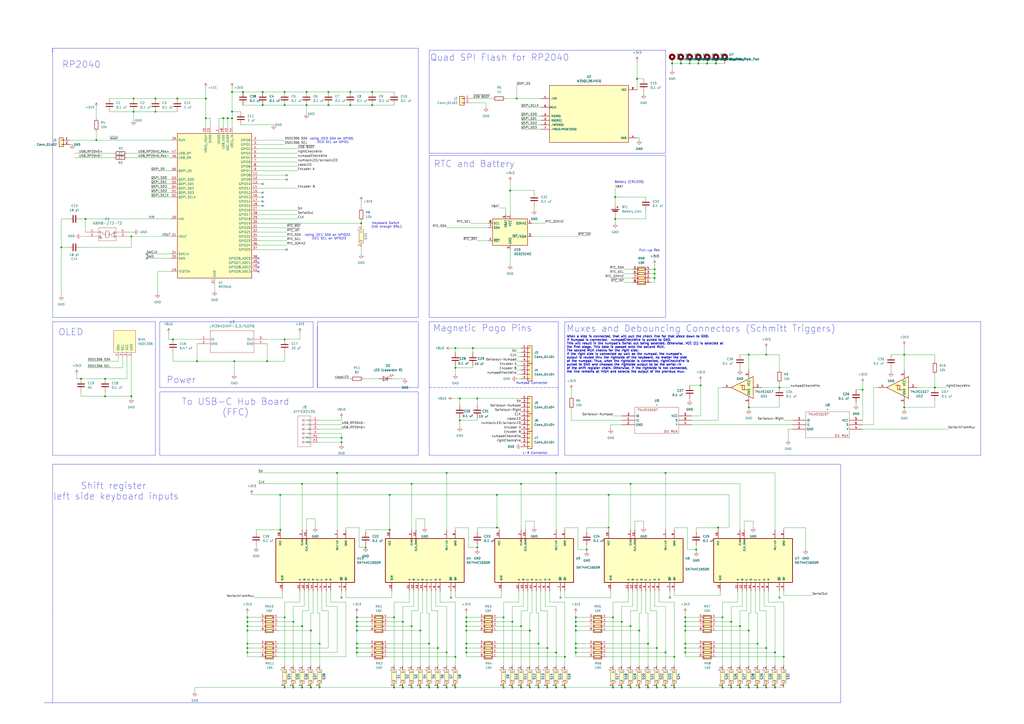
<source format=kicad_sch>
(kicad_sch (version 20231120) (generator "eeschema") (generator_version "8.0")
  (paper "A2")
  (junction (at 356.87 114.3))
  (junction (at 381 398.78))
  (junction (at 134.62 53.34))
  (junction (at 207.01 378.46))
  (junction (at 154.94 209.55))
  (junction (at 46.99 219.71))
  (junction (at 353.06 287.02))
  (junction (at 185.42 398.78))
  (junction (at 266.7 243.84))
  (junction (at 334.01 373.38))
  (junction (at 288.29 287.02))
  (junction (at 397.51 378.46))
  (junction (at 190.5 53.34))
  (junction (at 77.47 57.15))
  (junction (at 270.51 365.76))
  (junction (at 449.58 398.78))
  (junction (at 129.54 68.58))
  (junction (at 270.51 373.38))
  (junction (at 394.97 36.83))
  (junction (at 143.51 363.22))
  (junction (at 143.51 373.38))
  (junction (at 132.08 68.58))
  (junction (at 143.51 358.14))
  (junction (at 165.1 196.85))
  (junction (at 405.13 36.83))
  (junction (at 207.01 358.14))
  (junction (at 238.76 280.67))
  (junction (at 76.2 229.87))
  (junction (at 292.1 358.14))
  (junction (at 102.87 57.15))
  (junction (at 270.51 360.68))
  (junction (at 119.38 68.58))
  (junction (at 312.42 373.38))
  (junction (at 524.51 236.22))
  (junction (at 207.01 373.38))
  (junction (at 429.26 363.22))
  (junction (at 370.84 365.76))
  (junction (at 410.21 36.83))
  (junction (at 500.38 226.06))
  (junction (at 243.84 398.78))
  (junction (at 143.51 365.76))
  (junction (at 143.51 360.68))
  (junction (at 353.06 306.07))
  (junction (at 135.89 209.55))
  (junction (at 254 398.78))
  (junction (at 60.96 219.71))
  (junction (at 360.68 398.78))
  (junction (at 276.86 231.14))
  (junction (at 162.56 287.02))
  (junction (at 419.1 358.14))
  (junction (at 334.01 375.92))
  (junction (at 212.09 317.5))
  (junction (at 391.16 381))
  (junction (at 386.08 274.32))
  (junction (at 207.01 360.68))
  (junction (at 175.26 280.67))
  (junction (at 375.92 373.38))
  (junction (at 266.7 231.14))
  (junction (at 299.72 57.15))
  (junction (at 391.16 398.78))
  (junction (at 185.42 373.38))
  (junction (at 259.08 274.32))
  (junction (at 134.62 68.58))
  (junction (at 454.66 381))
  (junction (at 215.9 53.34))
  (junction (at 90.17 64.77))
  (junction (at 524.51 205.74))
  (junction (at 379.73 158.75))
  (junction (at 419.1 398.78))
  (junction (at 415.29 36.83))
  (junction (at 165.1 398.78))
  (junction (at 180.34 365.76))
  (junction (at 215.9 60.96))
  (junction (at 397.51 365.76))
  (junction (at 381 375.92))
  (junction (at 434.34 398.78))
  (junction (at 424.18 360.68))
  (junction (at 55.88 81.28))
  (junction (at 259.08 378.46))
  (junction (at 207.01 375.92))
  (junction (at 327.66 398.78))
  (junction (at 198.12 254))
  (junction (at 356.87 127))
  (junction (at 35.56 143.51))
  (junction (at 434.34 205.74))
  (junction (at 452.12 224.79))
  (junction (at 295.91 110.49))
  (junction (at 228.6 398.78))
  (junction (at 317.5 375.92))
  (junction (at 276.86 317.5))
  (junction (at 397.51 360.68))
  (junction (at 170.18 360.68))
  (junction (at 370.84 398.78))
  (junction (at 434.34 365.76))
  (junction (at 238.76 398.78))
  (junction (at 207.01 365.76))
  (junction (at 119.38 57.15))
  (junction (at 355.6 358.14))
  (junction (at 248.92 373.38))
  (junction (at 195.58 274.32))
  (junction (at 274.32 201.93))
  (junction (at 203.2 60.96))
  (junction (at 175.26 363.22))
  (junction (at 248.92 398.78))
  (junction (at 439.42 373.38))
  (junction (at 270.51 363.22))
  (junction (at 100.33 196.85))
  (junction (at 177.8 53.34))
  (junction (at 334.01 363.22))
  (junction (at 355.6 398.78))
  (junction (at 397.51 373.38))
  (junction (at 322.58 398.78))
  (junction (at 270.51 358.14))
  (junction (at 334.01 378.46))
  (junction (at 302.26 280.67))
  (junction (at 312.42 398.78))
  (junction (at 403.86 318.77))
  (junction (at 190.5 60.96))
  (junction (at 228.6 358.14))
  (junction (at 334.01 358.14))
  (junction (at 288.29 306.07))
  (junction (at 143.51 375.92))
  (junction (at 233.68 360.68))
  (junction (at 297.18 398.78))
  (junction (at 114.3 209.55))
  (junction (at 170.18 398.78))
  (junction (at 90.17 57.15))
  (junction (at 439.42 398.78))
  (junction (at 444.5 398.78))
  (junction (at 60.96 229.87))
  (junction (at 416.56 306.07))
  (junction (at 444.5 375.92))
  (junction (at 375.92 398.78))
  (junction (at 49.53 127))
  (junction (at 379.73 156.21))
  (junction (at 444.5 205.74))
  (junction (at 207.01 363.22))
  (junction (at 177.8 60.96))
  (junction (at 322.58 378.46))
  (junction (at 152.4 60.96))
  (junction (at 302.26 398.78))
  (junction (at 264.16 213.36))
  (junction (at 238.76 363.22))
  (junction (at 360.68 360.68))
  (junction (at 226.06 307.34))
  (junction (at 397.51 358.14))
  (junction (at 264.16 398.78))
  (junction (at 340.36 318.77))
  (junction (at 424.18 398.78))
  (junction (at 180.34 398.78))
  (junction (at 134.62 64.77))
  (junction (at 429.26 398.78))
  (junction (at 434.34 236.22))
  (junction (at 379.73 161.29))
  (junction (at 400.05 36.83))
  (junction (at 302.26 363.22))
  (junction (at 143.51 378.46))
  (junction (at 406.4 223.52))
  (junction (at 334.01 365.76))
  (junction (at 264.16 201.93))
  (junction (at 449.58 378.46))
  (junction (at 162.56 307.34))
  (junction (at 77.47 64.77))
  (junction (at 322.58 274.32))
  (junction (at 317.5 398.78))
  (junction (at 254 375.92))
  (junction (at 386.08 378.46))
  (junction (at 307.34 398.78))
  (junction (at 140.97 53.34))
  (junction (at 270.51 378.46))
  (junction (at 297.18 360.68))
  (junction (at 327.66 381))
  (junction (at 334.01 360.68))
  (junction (at 165.1 60.96))
  (junction (at 365.76 398.78))
  (junction (at 397.51 375.92))
  (junction (at 198.12 256.54))
  (junction (at 203.2 53.34))
  (junction (at 209.55 129.54))
  (junction (at 542.29 224.79))
  (junction (at 243.84 365.76))
  (junction (at 365.76 363.22))
  (junction (at 259.08 398.78))
  (junction (at 307.34 365.76))
  (junction (at 386.08 398.78))
  (junction (at 264.16 381))
  (junction (at 369.57 45.72))
  (junction (at 152.4 53.34))
  (junction (at 292.1 398.78))
  (junction (at 233.68 398.78))
  (junction (at 365.76 280.67))
  (junction (at 175.26 398.78))
  (junction (at 165.1 53.34))
  (junction (at 270.51 375.92))
  (junction (at 76.2 137.16))
  (junction (at 397.51 363.22))
  (junction (at 389.89 36.83))
  (junction (at 226.06 287.02))
  (junction (at 165.1 358.14))
  (no_connect (at 152.4 114.3))
  (no_connect (at 166.37 101.6))
  (no_connect (at 85.09 147.32))
  (no_connect (at 261.62 346.71))
  (no_connect (at 166.37 104.14))
  (no_connect (at 149.86 157.48))
  (no_connect (at 149.86 149.86))
  (no_connect (at 152.4 111.76))
  (no_connect (at 152.4 106.68))
  (no_connect (at 198.12 346.71))
  (no_connect (at 152.4 119.38))
  (no_connect (at 149.86 152.4))
  (no_connect (at 149.86 154.94))
  (no_connect (at 325.12 346.71))
  (no_connect (at 452.12 346.71))
  (no_connect (at 166.37 144.78))
  (no_connect (at 152.4 116.84))
  (no_connect (at 85.09 149.86))
  (no_connect (at 388.62 346.71))
  (wire (pts (xy 264.16 398.78) (xy 292.1 398.78)))
  (wire (pts (xy 180.34 386.08) (xy 180.34 365.76)))
  (wire (pts (xy 71.12 207.01) (xy 71.12 213.36)))
  (wire (pts (xy 397.51 360.68) (xy 397.51 363.22)))
  (wire (pts (xy 449.58 386.08) (xy 449.58 378.46)))
  (polyline (pts (xy 92.71 186.69) (xy 92.71 224.79)))
  (wire (pts (xy 270.51 375.92) (xy 278.13 375.92)))
  (wire (pts (xy 255.27 349.25) (xy 255.27 342.9)))
  (wire (pts (xy 360.68 360.68) (xy 360.68 351.79)))
  (wire (pts (xy 68.58 207.01) (xy 68.58 209.55)))
  (polyline (pts (xy 242.57 224.79) (xy 242.57 186.69)))
  (wire (pts (xy 224.79 360.68) (xy 233.68 360.68)))
  (wire (pts (xy 87.63 104.14) (xy 99.06 104.14)))
  (wire (pts (xy 165.1 204.47) (xy 165.1 209.55)))
  (wire (pts (xy 173.99 349.25) (xy 173.99 342.9)))
  (wire (pts (xy 375.92 373.38) (xy 375.92 355.6)))
  (wire (pts (xy 233.68 351.79) (xy 240.03 351.79)))
  (wire (pts (xy 360.68 398.78) (xy 365.76 398.78)))
  (wire (pts (xy 431.8 302.26) (xy 436.88 302.26)))
  (wire (pts (xy 391.16 345.44) (xy 417.83 345.44)))
  (wire (pts (xy 454.66 381) (xy 454.66 349.25)))
  (wire (pts (xy 200.66 346.71) (xy 227.33 346.71)))
  (wire (pts (xy 288.29 373.38) (xy 312.42 373.38)))
  (wire (pts (xy 233.68 360.68) (xy 233.68 351.79)))
  (polyline (pts (xy 386.08 29.21) (xy 386.08 88.9)))
  (wire (pts (xy 185.42 243.84) (xy 198.12 243.84)))
  (wire (pts (xy 403.86 308.61) (xy 403.86 306.07)))
  (wire (pts (xy 377.19 161.29) (xy 379.73 161.29)))
  (wire (pts (xy 191.77 349.25) (xy 191.77 342.9)))
  (wire (pts (xy 454.66 306.07) (xy 467.36 306.07)))
  (wire (pts (xy 129.54 68.58) (xy 132.08 68.58)))
  (wire (pts (xy 302.26 72.39) (xy 313.69 72.39)))
  (polyline (pts (xy 30.48 27.94) (xy 30.48 184.15)))
  (wire (pts (xy 449.58 398.78) (xy 454.66 398.78)))
  (wire (pts (xy 261.62 342.9) (xy 261.62 346.71)))
  (wire (pts (xy 373.38 302.26) (xy 373.38 306.07)))
  (wire (pts (xy 243.84 386.08) (xy 243.84 365.76)))
  (wire (pts (xy 46.99 137.16) (xy 49.53 137.16)))
  (wire (pts (xy 516.89 213.36) (xy 516.89 215.9)))
  (wire (pts (xy 149.86 124.46) (xy 172.72 124.46)))
  (wire (pts (xy 254 398.78) (xy 259.08 398.78)))
  (wire (pts (xy 60.96 229.87) (xy 76.2 229.87)))
  (wire (pts (xy 365.76 354.33) (xy 369.57 354.33)))
  (wire (pts (xy 325.12 342.9) (xy 325.12 346.71)))
  (wire (pts (xy 207.01 373.38) (xy 207.01 375.92)))
  (wire (pts (xy 397.51 365.76) (xy 405.13 365.76)))
  (wire (pts (xy 43.18 91.44) (xy 66.04 91.44)))
  (wire (pts (xy 506.73 224.79) (xy 509.27 224.79)))
  (wire (pts (xy 334.01 375.92) (xy 341.63 375.92)))
  (wire (pts (xy 307.34 355.6) (xy 308.61 355.6)))
  (wire (pts (xy 335.28 318.77) (xy 340.36 318.77)))
  (wire (pts (xy 434.34 386.08) (xy 434.34 365.76)))
  (wire (pts (xy 288.29 363.22) (xy 302.26 363.22)))
  (wire (pts (xy 224.79 363.22) (xy 238.76 363.22)))
  (wire (pts (xy 238.76 363.22) (xy 238.76 354.33)))
  (wire (pts (xy 276.86 317.5) (xy 276.86 318.77)))
  (wire (pts (xy 46.99 227.33) (xy 46.99 229.87)))
  (wire (pts (xy 139.7 72.39) (xy 158.75 72.39)))
  (polyline (pts (xy 386.08 29.21) (xy 248.92 29.21)))
  (wire (pts (xy 149.86 280.67) (xy 175.26 280.67)))
  (wire (pts (xy 264.16 306.07) (xy 271.78 306.07)))
  (wire (pts (xy 391.16 306.07) (xy 398.78 306.07)))
  (wire (pts (xy 415.29 378.46) (xy 449.58 378.46)))
  (wire (pts (xy 46.99 219.71) (xy 60.96 219.71)))
  (wire (pts (xy 165.1 53.34) (xy 177.8 53.34)))
  (wire (pts (xy 248.92 386.08) (xy 248.92 373.38)))
  (wire (pts (xy 200.66 342.9) (xy 200.66 346.71)))
  (wire (pts (xy 386.08 378.46) (xy 386.08 351.79)))
  (wire (pts (xy 434.34 205.74) (xy 434.34 214.63)))
  (wire (pts (xy 430.53 351.79) (xy 430.53 342.9)))
  (wire (pts (xy 149.86 129.54) (xy 209.55 129.54)))
  (wire (pts (xy 353.06 287.02) (xy 288.29 287.02)))
  (wire (pts (xy 276.86 306.07) (xy 288.29 306.07)))
  (wire (pts (xy 422.91 287.02) (xy 422.91 306.07)))
  (wire (pts (xy 264.16 306.07) (xy 264.16 307.34)))
  (wire (pts (xy 243.84 398.78) (xy 248.92 398.78)))
  (wire (pts (xy 185.42 398.78) (xy 228.6 398.78)))
  (wire (pts (xy 185.42 386.08) (xy 185.42 373.38)))
  (wire (pts (xy 532.13 224.79) (xy 542.29 224.79)))
  (wire (pts (xy 207.01 378.46) (xy 214.63 378.46)))
  (wire (pts (xy 293.37 124.46) (xy 293.37 120.65)))
  (wire (pts (xy 381 386.08) (xy 381 375.92)))
  (wire (pts (xy 334.01 363.22) (xy 334.01 365.76)))
  (wire (pts (xy 397.51 358.14) (xy 397.51 360.68)))
  (wire (pts (xy 369.57 45.72) (xy 373.38 45.72)))
  (wire (pts (xy 207.01 363.22) (xy 207.01 365.76)))
  (wire (pts (xy 506.73 224.79) (xy 506.73 246.38)))
  (wire (pts (xy 119.38 50.8) (xy 119.38 57.15)))
  (wire (pts (xy 288.29 365.76) (xy 307.34 365.76)))
  (wire (pts (xy 377.19 156.21) (xy 379.73 156.21)))
  (wire (pts (xy 353.06 306.07) (xy 353.06 287.02)))
  (wire (pts (xy 132.08 68.58) (xy 132.08 73.66)))
  (wire (pts (xy 361.95 156.21) (xy 367.03 156.21)))
  (wire (pts (xy 452.12 224.79) (xy 458.47 224.79)))
  (wire (pts (xy 297.18 360.68) (xy 297.18 351.79)))
  (wire (pts (xy 288.29 358.14) (xy 292.1 358.14)))
  (wire (pts (xy 389.89 36.83) (xy 394.97 36.83)))
  (wire (pts (xy 302.26 74.93) (xy 313.69 74.93)))
  (wire (pts (xy 327.66 386.08) (xy 327.66 381)))
  (wire (pts (xy 162.56 287.02) (xy 226.06 287.02)))
  (wire (pts (xy 467.36 306.07) (xy 467.36 318.77)))
  (wire (pts (xy 327.66 398.78) (xy 355.6 398.78)))
  (wire (pts (xy 185.42 248.92) (xy 198.12 248.92)))
  (wire (pts (xy 361.95 161.29) (xy 367.03 161.29)))
  (wire (pts (xy 270.51 363.22) (xy 270.51 365.76)))
  (wire (pts (xy 356.87 114.3) (xy 374.65 114.3)))
  (wire (pts (xy 224.79 365.76) (xy 243.84 365.76)))
  (wire (pts (xy 416.56 306.07) (xy 416.56 307.34)))
  (wire (pts (xy 370.84 398.78) (xy 375.92 398.78)))
  (wire (pts (xy 524.51 200.66) (xy 524.51 205.74)))
  (wire (pts (xy 429.26 398.78) (xy 434.34 398.78)))
  (wire (pts (xy 496.57 233.68) (xy 496.57 234.95)))
  (polyline (pts (xy 242.57 27.94) (xy 30.48 27.94)))
  (wire (pts (xy 297.18 386.08) (xy 297.18 360.68)))
  (wire (pts (xy 185.42 355.6) (xy 184.15 355.6)))
  (wire (pts (xy 415.29 373.38) (xy 439.42 373.38)))
  (wire (pts (xy 304.8 307.34) (xy 304.8 302.26)))
  (wire (pts (xy 542.29 232.41) (xy 542.29 236.22)))
  (wire (pts (xy 161.29 360.68) (xy 170.18 360.68)))
  (wire (pts (xy 391.16 342.9) (xy 391.16 345.44)))
  (wire (pts (xy 190.5 354.33) (xy 186.69 354.33)))
  (wire (pts (xy 391.16 398.78) (xy 419.1 398.78)))
  (wire (pts (xy 439.42 386.08) (xy 439.42 373.38)))
  (wire (pts (xy 165.1 398.78) (xy 170.18 398.78)))
  (wire (pts (xy 331.47 243.84) (xy 360.68 243.84)))
  (wire (pts (xy 351.79 358.14) (xy 355.6 358.14)))
  (wire (pts (xy 444.5 386.08) (xy 444.5 375.92)))
  (wire (pts (xy 309.88 111.76) (xy 309.88 110.49)))
  (wire (pts (xy 542.29 224.79) (xy 542.29 217.17)))
  (wire (pts (xy 276.86 308.61) (xy 276.86 306.07)))
  (wire (pts (xy 429.26 213.36) (xy 429.26 214.63)))
  (wire (pts (xy 302.26 354.33) (xy 306.07 354.33)))
  (wire (pts (xy 276.86 139.7) (xy 283.21 139.7)))
  (wire (pts (xy 317.5 398.78) (xy 322.58 398.78)))
  (wire (pts (xy 382.27 349.25) (xy 382.27 342.9)))
  (polyline (pts (xy 487.68 407.67) (xy 487.68 269.24)))
  (wire (pts (xy 440.69 354.33) (xy 440.69 342.9)))
  (wire (pts (xy 207.01 381) (xy 214.63 381)))
  (wire (pts (xy 375.92 398.78) (xy 381 398.78)))
  (wire (pts (xy 400.05 231.14) (xy 400.05 232.41)))
  (wire (pts (xy 264.16 349.25) (xy 255.27 349.25)))
  (wire (pts (xy 207.01 363.22) (xy 214.63 363.22)))
  (wire (pts (xy 149.86 137.16) (xy 166.37 137.16)))
  (wire (pts (xy 417.83 345.44) (xy 417.83 342.9)))
  (wire (pts (xy 207.01 360.68) (xy 214.63 360.68)))
  (wire (pts (xy 424.18 360.68) (xy 424.18 351.79)))
  (wire (pts (xy 127 68.58) (xy 129.54 68.58)))
  (wire (pts (xy 200.66 349.25) (xy 191.77 349.25)))
  (wire (pts (xy 165.1 349.25) (xy 173.99 349.25)))
  (wire (pts (xy 185.42 251.46) (xy 198.12 251.46)))
  (wire (pts (xy 372.11 355.6) (xy 372.11 342.9)))
  (wire (pts (xy 259.08 378.46) (xy 259.08 351.79)))
  (wire (pts (xy 180.34 398.78) (xy 185.42 398.78)))
  (wire (pts (xy 365.76 363.22) (xy 365.76 354.33)))
  (wire (pts (xy 274.32 212.09) (xy 274.32 213.36)))
  (wire (pts (xy 143.51 365.76) (xy 143.51 373.38)))
  (wire (pts (xy 170.18 360.68) (xy 170.18 386.08)))
  (wire (pts (xy 198.12 243.84) (xy 198.12 242.57)))
  (wire (pts (xy 73.66 88.9) (xy 99.06 88.9)))
  (wire (pts (xy 100.33 196.85) (xy 97.79 196.85)))
  (wire (pts (xy 185.42 256.54) (xy 198.12 256.54)))
  (wire (pts (xy 170.18 360.68) (xy 170.18 351.79)))
  (wire (pts (xy 354.33 246.38) (xy 354.33 248.92)))
  (wire (pts (xy 302.26 67.31) (xy 313.69 67.31)))
  (wire (pts (xy 307.34 398.78) (xy 312.42 398.78)))
  (wire (pts (xy 322.58 378.46) (xy 322.58 351.79)))
  (wire (pts (xy 49.53 127) (xy 99.06 127)))
  (wire (pts (xy 334.01 381) (xy 341.63 381)))
  (wire (pts (xy 429.26 363.22) (xy 429.26 354.33)))
  (wire (pts (xy 355.6 358.14) (xy 355.6 349.25)))
  (wire (pts (xy 454.66 243.84) (xy 459.74 243.84)))
  (wire (pts (xy 424.18 398.78) (xy 429.26 398.78)))
  (wire (pts (xy 140.97 53.34) (xy 152.4 53.34)))
  (wire (pts (xy 397.51 378.46) (xy 397.51 381)))
  (wire (pts (xy 154.94 199.39) (xy 154.94 209.55)))
  (wire (pts (xy 224.79 378.46) (xy 259.08 378.46)))
  (wire (pts (xy 406.4 223.52) (xy 406.4 241.3)))
  (wire (pts (xy 63.5 64.77) (xy 77.47 64.77)))
  (wire (pts (xy 394.97 36.83) (xy 400.05 36.83)))
  (wire (pts (xy 292.1 358.14) (xy 292.1 349.25)))
  (wire (pts (xy 161.29 358.14) (xy 165.1 358.14)))
  (wire (pts (xy 238.76 307.34) (xy 238.76 280.67)))
  (wire (pts (xy 173.99 193.04) (xy 173.99 196.85)))
  (polyline (pts (xy 181.61 224.79) (xy 92.71 224.79)))
  (wire (pts (xy 195.58 351.79) (xy 189.23 351.79)))
  (wire (pts (xy 185.42 373.38) (xy 185.42 355.6)))
  (wire (pts (xy 288.29 378.46) (xy 322.58 378.46)))
  (wire (pts (xy 369.57 342.9) (xy 369.57 354.33)))
  (wire (pts (xy 377.19 158.75) (xy 379.73 158.75)))
  (wire (pts (xy 209.55 116.84) (xy 209.55 120.65)))
  (wire (pts (xy 242.57 354.33) (xy 242.57 342.9)))
  (wire (pts (xy 114.3 196.85) (xy 100.33 196.85)))
  (wire (pts (xy 102.87 57.15) (xy 119.38 57.15)))
  (wire (pts (xy 100.33 204.47) (xy 100.33 209.55)))
  (wire (pts (xy 241.3 300.99) (xy 246.38 300.99)))
  (polyline (pts (xy 242.57 186.69) (xy 184.15 186.69)))
  (wire (pts (xy 391.16 386.08) (xy 391.16 381)))
  (wire (pts (xy 149.86 119.38) (xy 152.4 119.38)))
  (wire (pts (xy 248.92 355.6) (xy 247.65 355.6)))
  (wire (pts (xy 224.79 375.92) (xy 254 375.92)))
  (wire (pts (xy 299.72 214.63) (xy 302.26 214.63)))
  (wire (pts (xy 355.6 349.25) (xy 364.49 349.25)))
  (wire (pts (xy 516.89 205.74) (xy 524.51 205.74)))
  (wire (pts (xy 434.34 365.76) (xy 434.34 355.6)))
  (wire (pts (xy 175.26 363.22) (xy 175.26 386.08)))
  (polyline (pts (xy 248.92 186.69) (xy 248.92 264.16)))
  (wire (pts (xy 212.09 307.34) (xy 226.06 307.34)))
  (wire (pts (xy 149.86 109.22) (xy 172.72 109.22)))
  (wire (pts (xy 152.4 53.34) (xy 165.1 53.34)))
  (wire (pts (xy 444.5 201.93) (xy 444.5 205.74)))
  (wire (pts (xy 397.51 381) (xy 405.13 381)))
  (polyline (pts (xy 30.48 355.6) (xy 30.48 407.67)))
  (wire (pts (xy 416.56 224.79) (xy 419.1 224.79)))
  (polyline (pts (xy 30.48 186.69) (xy 30.48 264.16)))
  (wire (pts (xy 356.87 129.54) (xy 356.87 127)))
  (wire (pts (xy 389.89 36.83) (xy 389.89 40.64)))
  (wire (pts (xy 224.79 373.38) (xy 248.92 373.38)))
  (wire (pts (xy 44.45 217.17) (xy 44.45 219.71)))
  (wire (pts (xy 241.3 307.34) (xy 241.3 300.99)))
  (wire (pts (xy 181.61 355.6) (xy 181.61 342.9)))
  (wire (pts (xy 165.1 358.14) (xy 165.1 386.08)))
  (wire (pts (xy 375.92 386.08) (xy 375.92 373.38)))
  (wire (pts (xy 302.26 69.85) (xy 313.69 69.85)))
  (wire (pts (xy 542.29 205.74) (xy 542.29 209.55)))
  (wire (pts (xy 304.8 302.26) (xy 309.88 302.26)))
  (wire (pts (xy 248.92 398.78) (xy 254 398.78)))
  (wire (pts (xy 500.38 226.06) (xy 500.38 243.84)))
  (wire (pts (xy 149.86 81.28) (xy 165.1 81.28)))
  (wire (pts (xy 165.1 358.14) (xy 165.1 349.25)))
  (wire (pts (xy 63.5 57.15) (xy 77.47 57.15)))
  (wire (pts (xy 175.26 398.78) (xy 180.34 398.78)))
  (polyline (pts (xy 30.48 184.15) (xy 242.57 184.15)))
  (wire (pts (xy 405.13 36.83) (xy 410.21 36.83)))
  (wire (pts (xy 212.09 308.61) (xy 212.09 307.34)))
  (wire (pts (xy 334.01 363.22) (xy 341.63 363.22)))
  (wire (pts (xy 195.58 378.46) (xy 195.58 351.79)))
  (wire (pts (xy 228.6 398.78) (xy 233.68 398.78)))
  (wire (pts (xy 248.92 373.38) (xy 248.92 355.6)))
  (wire (pts (xy 429.26 354.33) (xy 433.07 354.33)))
  (wire (pts (xy 170.18 351.79) (xy 176.53 351.79)))
  (wire (pts (xy 259.08 398.78) (xy 264.16 398.78)))
  (wire (pts (xy 149.86 93.98) (xy 172.72 93.98)))
  (wire (pts (xy 262.89 231.14) (xy 266.7 231.14)))
  (wire (pts (xy 416.56 306.07) (xy 422.91 306.07)))
  (wire (pts (xy 238.76 354.33) (xy 242.57 354.33)))
  (wire (pts (xy 312.42 355.6) (xy 311.15 355.6)))
  (polyline (pts (xy 25.4 407.67) (xy 487.68 407.67)))
  (polyline (pts (xy 30.48 264.16) (xy 90.17 264.16)))
  (wire (pts (xy 365.76 386.08) (xy 365.76 363.22)))
  (wire (pts (xy 356.87 127) (xy 374.65 127)))
  (wire (pts (xy 46.99 127) (xy 49.53 127)))
  (wire (pts (xy 524.51 205.74) (xy 524.51 214.63)))
  (wire (pts (xy 334.01 358.14) (xy 334.01 360.68)))
  (wire (pts (xy 149.86 139.7) (xy 166.37 139.7)))
  (wire (pts (xy 524.51 205.74) (xy 542.29 205.74)))
  (wire (pts (xy 254 386.08) (xy 254 375.92)))
  (wire (pts (xy 264.16 201.93) (xy 274.32 201.93)))
  (polyline (pts (xy 248.92 224.79) (xy 323.85 224.79)) (stroke (width 0) (type dash)))
  (wire (pts (xy 266.7 234.95) (xy 266.7 231.14)))
  (wire (pts (xy 288.29 381) (xy 327.66 381)))
  (wire (pts (xy 228.6 349.25) (xy 237.49 349.25)))
  (wire (pts (xy 87.63 114.3) (xy 99.06 114.3)))
  (wire (pts (xy 288.29 360.68) (xy 297.18 360.68)))
  (wire (pts (xy 289.56 306.07) (xy 289.56 307.34)))
  (wire (pts (xy 49.53 134.62) (xy 49.53 127)))
  (wire (pts (xy 443.23 351.79) (xy 443.23 342.9)))
  (wire (pts (xy 237.49 349.25) (xy 237.49 342.9)))
  (wire (pts (xy 143.51 355.6) (xy 143.51 358.14)))
  (wire (pts (xy 445.77 349.25) (xy 445.77 342.9)))
  (wire (pts (xy 299.72 212.09) (xy 302.26 212.09)))
  (wire (pts (xy 431.8 307.34) (xy 431.8 302.26)))
  (wire (pts (xy 146.05 287.02) (xy 162.56 287.02)))
  (wire (pts (xy 149.86 99.06) (xy 172.72 99.06)))
  (wire (pts (xy 429.26 205.74) (xy 434.34 205.74)))
  (wire (pts (xy 276.86 243.84) (xy 266.7 243.84)))
  (wire (pts (xy 134.62 53.34) (xy 140.97 53.34)))
  (wire (pts (xy 292.1 386.08) (xy 292.1 358.14)))
  (wire (pts (xy 143.51 378.46) (xy 151.13 378.46)))
  (wire (pts (xy 154.94 196.85) (xy 165.1 196.85)))
  (wire (pts (xy 134.62 50.8) (xy 134.62 53.34)))
  (wire (pts (xy 290.83 346.71) (xy 290.83 342.9)))
  (wire (pts (xy 454.66 386.08) (xy 454.66 381)))
  (wire (pts (xy 297.18 351.79) (xy 303.53 351.79)))
  (wire (pts (xy 224.79 358.14) (xy 228.6 358.14)))
  (wire (pts (xy 266.7 242.57) (xy 266.7 243.84)))
  (wire (pts (xy 271.78 317.5) (xy 276.86 317.5)))
  (wire (pts (xy 317.5 375.92) (xy 317.5 354.33)))
  (wire (pts (xy 270.51 358.14) (xy 278.13 358.14)))
  (wire (pts (xy 149.86 142.24) (xy 166.37 142.24)))
  (wire (pts (xy 322.58 274.32) (xy 322.58 307.34)))
  (wire (pts (xy 375.92 355.6) (xy 374.65 355.6)))
  (wire (pts (xy 245.11 355.6) (xy 245.11 342.9)))
  (wire (pts (xy 247.65 355.6) (xy 247.65 342.9)))
  (wire (pts (xy 397.51 355.6) (xy 397.51 358.14)))
  (wire (pts (xy 334.01 358.14) (xy 341.63 358.14)))
  (wire (pts (xy 259.08 307.34) (xy 259.08 274.32)))
  (wire (pts (xy 313.69 354.33) (xy 313.69 342.9)))
  (wire (pts (xy 419.1 386.08) (xy 419.1 358.14)))
  (wire (pts (xy 452.12 236.22) (xy 434.34 236.22)))
  (wire (pts (xy 74.93 134.62) (xy 77.47 134.62)))
  (wire (pts (xy 386.08 398.78) (xy 391.16 398.78)))
  (wire (pts (xy 127 73.66) (xy 127 68.58)))
  (wire (pts (xy 76.2 207.01) (xy 76.2 229.87)))
  (wire (pts (xy 273.05 57.15) (xy 285.75 57.15)))
  (wire (pts (xy 299.72 49.53) (xy 299.72 57.15)))
  (wire (pts (xy 295.91 110.49) (xy 309.88 110.49)))
  (wire (pts (xy 379.73 158.75) (xy 379.73 161.29)))
  (wire (pts (xy 60.96 219.71) (xy 73.66 219.71)))
  (wire (pts (xy 542.29 224.79) (xy 548.64 224.79)))
  (wire (pts (xy 379.73 156.21) (xy 379.73 158.75)))
  (wire (pts (xy 254 354.33) (xy 250.19 354.33)))
  (wire (pts (xy 439.42 398.78) (xy 444.5 398.78)))
  (wire (pts (xy 327.66 346.71) (xy 354.33 346.71)))
  (wire (pts (xy 180.34 365.76) (xy 180.34 355.6)))
  (wire (pts (xy 200.66 306.07) (xy 208.28 306.07)))
  (wire (pts (xy 76.2 137.16) (xy 74.93 137.16)))
  (wire (pts (xy 143.51 363.22) (xy 151.13 363.22)))
  (wire (pts (xy 264.16 386.08) (xy 264.16 381)))
  (wire (pts (xy 415.29 360.68) (xy 424.18 360.68)))
  (wire (pts (xy 184.15 355.6) (xy 184.15 342.9)))
  (wire (pts (xy 121.92 68.58) (xy 119.38 68.58)))
  (wire (pts (xy 149.86 101.6) (xy 166.37 101.6)))
  (wire (pts (xy 302.26 386.08) (xy 302.26 363.22)))
  (wire (pts (xy 397.51 358.14) (xy 405.13 358.14)))
  (wire (pts (xy 121.92 73.66) (xy 121.92 68.58)))
  (wire (pts (xy 143.51 365.76) (xy 151.13 365.76)))
  (wire (pts (xy 163.83 342.9) (xy 163.83 346.71)))
  (wire (pts (xy 177.8 53.34) (xy 190.5 53.34)))
  (wire (pts (xy 209.55 129.54) (xy 209.55 130.81)))
  (wire (pts (xy 195.58 274.32) (xy 259.08 274.32)))
  (wire (pts (xy 317.5 386.08) (xy 317.5 375.92)))
  (wire (pts (xy 391.16 307.34) (xy 391.16 306.07)))
  (wire (pts (xy 238.76 386.08) (xy 238.76 363.22)))
  (wire (pts (xy 302.26 62.23) (xy 313.69 62.23)))
  (wire (pts (xy 270.51 360.68) (xy 270.51 363.22)))
  (wire (pts (xy 449.58 351.79) (xy 443.23 351.79)))
  (wire (pts (xy 90.17 64.77) (xy 102.87 64.77)))
  (wire (pts (xy 149.86 111.76) (xy 152.4 111.76)))
  (wire (pts (xy 73.66 207.01) (xy 73.66 219.71)))
  (wire (pts (xy 162.56 287.02) (xy 162.56 307.34)))
  (wire (pts (xy 434.34 205.74) (xy 444.5 205.74)))
  (wire (pts (xy 331.47 237.49) (xy 331.47 243.84)))
  (wire (pts (xy 386.08 274.32) (xy 386.08 307.34)))
  (wire (pts (xy 334.01 373.38) (xy 334.01 375.92)))
  (wire (pts (xy 452.12 342.9) (xy 452.12 346.71)))
  (wire (pts (xy 322.58 398.78) (xy 327.66 398.78)))
  (wire (pts (xy 270.51 358.14) (xy 270.51 360.68)))
  (wire (pts (xy 165.1 196.85) (xy 173.99 196.85)))
  (wire (pts (xy 397.51 363.22) (xy 405.13 363.22)))
  (wire (pts (xy 149.86 144.78) (xy 166.37 144.78)))
  (wire (pts (xy 452.12 205.74) (xy 444.5 205.74)))
  (wire (pts (xy 195.58 307.34) (xy 195.58 274.32)))
  (wire (pts (xy 302.26 363.22) (xy 302.26 354.33)))
  (wire (pts (xy 397.51 375.92) (xy 397.51 378.46)))
  (wire (pts (xy 444.5 398.78) (xy 449.58 398.78)))
  (wire (pts (xy 429.26 280.67) (xy 429.26 307.34)))
  (wire (pts (xy 209.55 128.27) (xy 209.55 129.54)))
  (wire (pts (xy 182.88 300.99) (xy 182.88 306.07)))
  (wire (pts (xy 334.01 375.92) (xy 334.01 378.46)))
  (wire (pts (xy 135.89 209.55) (xy 135.89 217.17)))
  (wire (pts (xy 259.08 274.32) (xy 322.58 274.32)))
  (wire (pts (xy 436.88 302.26) (xy 436.88 306.07)))
  (wire (pts (xy 276.86 242.57) (xy 276.86 243.84)))
  (wire (pts (xy 370.84 355.6) (xy 372.11 355.6)))
  (wire (pts (xy 149.86 114.3) (xy 152.4 114.3)))
  (wire (pts (xy 264.16 201.93) (xy 264.16 204.47)))
  (wire (pts (xy 403.86 316.23) (xy 403.86 318.77)))
  (wire (pts (xy 227.33 342.9) (xy 227.33 346.71)))
  (wire (pts (xy 46.99 229.87) (xy 60.96 229.87)))
  (wire (pts (xy 46.99 143.51) (xy 76.2 143.51)))
  (wire (pts (xy 397.51 378.46) (xy 405.13 378.46)))
  (wire (pts (xy 175.26 307.34) (xy 175.26 280.67)))
  (wire (pts (xy 76.2 143.51) (xy 76.2 137.16)))
  (wire (pts (xy 190.5 60.96) (xy 203.2 60.96)))
  (wire (pts (xy 77.47 57.15) (xy 90.17 57.15)))
  (wire (pts (xy 377.19 163.83) (xy 379.73 163.83)))
  (wire (pts (xy 114.3 209.55) (xy 135.89 209.55)))
  (wire (pts (xy 309.88 119.38) (xy 309.88 121.92)))
  (wire (pts (xy 149.86 127) (xy 172.72 127)))
  (wire (pts (xy 322.58 351.79) (xy 316.23 351.79)))
  (wire (pts (xy 212.09 316.23) (xy 212.09 317.5)))
  (wire (pts (xy 454.66 342.9) (xy 454.66 345.44)))
  (polyline (pts (xy 92.71 186.69) (xy 181.61 186.69)))
  (wire (pts (xy 246.38 300.99) (xy 246.38 306.07)))
  (wire (pts (xy 403.86 306.07) (xy 416.56 306.07)))
  (polyline (pts (xy 30.48 269.24) (xy 487.68 269.24)))
  (wire (pts (xy 368.3 302.26) (xy 373.38 302.26)))
  (wire (pts (xy 500.38 222.25) (xy 500.38 226.06)))
  (wire (pts (xy 308.61 355.6) (xy 308.61 342.9)))
  (wire (pts (xy 312.42 373.38) (xy 312.42 355.6)))
  (wire (pts (xy 140.97 60.96) (xy 152.4 60.96)))
  (wire (pts (xy 270.51 363.22) (xy 278.13 363.22)))
  (wire (pts (xy 288.29 375.92) (xy 317.5 375.92)))
  (wire (pts (xy 299.72 57.15) (xy 313.69 57.15)))
  (wire (pts (xy 203.2 53.34) (xy 215.9 53.34)))
  (wire (pts (xy 90.17 57.15) (xy 102.87 57.15)))
  (wire (pts (xy 207.01 373.38) (xy 214.63 373.38)))
  (wire (pts (xy 415.29 36.83) (xy 420.37 36.83)))
  (wire (pts (xy 207.01 375.92) (xy 207.01 378.46)))
  (wire (pts (xy 457.2 248.92) (xy 459.74 248.92)))
  (wire (pts (xy 203.2 60.96) (xy 215.9 60.96)))
  (wire (pts (xy 410.21 36.83) (xy 415.29 36.83)))
  (wire (pts (xy 397.51 365.76) (xy 397.51 373.38)))
  (wire (pts (xy 149.86 134.62) (xy 166.37 134.62)))
  (wire (pts (xy 449.58 378.46) (xy 449.58 351.79)))
  (wire (pts (xy 415.29 363.22) (xy 429.26 363.22)))
  (wire (pts (xy 433.07 342.9) (xy 433.07 354.33)))
  (wire (pts (xy 233.68 386.08) (xy 233.68 360.68)))
  (wire (pts (xy 351.79 360.68) (xy 360.68 360.68)))
  (wire (pts (xy 334.01 360.68) (xy 341.63 360.68)))
  (wire (pts (xy 403.86 318.77) (xy 403.86 320.04)))
  (wire (pts (xy 100.33 209.55) (xy 114.3 209.55)))
  (wire (pts (xy 170.18 398.78) (xy 175.26 398.78)))
  (wire (pts (xy 177.8 60.96) (xy 190.5 60.96)))
  (wire (pts (xy 327.66 342.9) (xy 327.66 346.71)))
  (wire (pts (xy 259.08 386.08) (xy 259.08 378.46)))
  (polyline (pts (xy 248.92 29.21) (xy 248.92 88.9)))
  (wire (pts (xy 76.2 137.16) (xy 99.06 137.16)))
  (wire (pts (xy 454.66 349.25) (xy 445.77 349.25)))
  (wire (pts (xy 134.62 64.77) (xy 134.62 68.58)))
  (wire (pts (xy 134.62 53.34) (xy 134.62 64.77)))
  (wire (pts (xy 270.51 355.6) (xy 270.51 358.14)))
  (wire (pts (xy 356.87 127) (xy 356.87 125.73)))
  (wire (pts (xy 44.45 219.71) (xy 46.99 219.71)))
  (wire (pts (xy 276.86 231.14) (xy 302.26 231.14)))
  (wire (pts (xy 124.46 165.1) (xy 124.46 168.91)))
  (wire (pts (xy 198.12 254) (xy 198.12 256.54)))
  (wire (pts (xy 274.32 201.93) (xy 274.32 204.47)))
  (wire (pts (xy 302.26 280.67) (xy 238.76 280.67)))
  (wire (pts (xy 85.09 147.32) (xy 99.06 147.32)))
  (wire (pts (xy 190.5 53.34) (xy 203.2 53.34)))
  (wire (pts (xy 415.29 375.92) (xy 444.5 375.92)))
  (wire (pts (xy 351.79 375.92) (xy 381 375.92)))
  (polyline (pts (xy 184.15 186.69) (xy 184.15 224.79)))
  (wire (pts (xy 415.29 358.14) (xy 419.1 358.14)))
  (wire (pts (xy 295.91 144.78) (xy 295.91 153.67)))
  (wire (pts (xy 429.26 386.08) (xy 429.26 363.22)))
  (wire (pts (xy 370.84 81.28) (xy 370.84 80.01)))
  (wire (pts (xy 87.63 99.06) (xy 99.06 99.06)))
  (wire (pts (xy 334.01 373.38) (xy 341.63 373.38)))
  (wire (pts (xy 87.63 111.76) (xy 99.06 111.76)))
  (wire (pts (xy 397.51 363.22) (xy 397.51 365.76)))
  (wire (pts (xy 259.08 351.79) (xy 252.73 351.79)))
  (wire (pts (xy 60.96 229.87) (xy 60.96 227.33)))
  (wire (pts (xy 360.68 241.3) (xy 355.6 241.3)))
  (wire (pts (xy 355.6 398.78) (xy 360.68 398.78)))
  (wire (pts (xy 270.51 378.46) (xy 278.13 378.46)))
  (wire (pts (xy 270.51 365.76) (xy 278.13 365.76)))
  (wire (pts (xy 270.51 378.46) (xy 270.51 381)))
  (polyline (pts (xy 242.57 184.15) (xy 242.57 27.94)))
  (wire (pts (xy 270.51 373.38) (xy 278.13 373.38)))
  (wire (pts (xy 55.88 76.2) (xy 55.88 81.28)))
  (wire (pts (xy 439.42 355.6) (xy 438.15 355.6)))
  (wire (pts (xy 35.56 143.51) (xy 39.37 143.51)))
  (wire (pts (xy 149.86 274.32) (xy 195.58 274.32)))
  (wire (pts (xy 176.53 351.79) (xy 176.53 342.9)))
  (wire (pts (xy 113.03 398.78) (xy 165.1 398.78)))
  (wire (pts (xy 207.01 358.14) (xy 207.01 360.68)))
  (wire (pts (xy 340.36 308.61) (xy 340.36 306.07)))
  (wire (pts (xy 149.86 104.14) (xy 166.37 104.14)))
  (wire (pts (xy 148.59 307.34) (xy 162.56 307.34)))
  (polyline (pts (xy 30.48 27.94) (xy 30.48 30.48)))
  (wire (pts (xy 208.28 317.5) (xy 212.09 317.5)))
  (wire (pts (xy 40.64 81.28) (xy 55.88 81.28)))
  (wire (pts (xy 161.29 378.46) (xy 195.58 378.46)))
  (wire (pts (xy 91.44 170.18) (xy 91.44 157.48)))
  (wire (pts (xy 351.79 373.38) (xy 375.92 373.38)))
  (wire (pts (xy 361.95 158.75) (xy 367.03 158.75)))
  (wire (pts (xy 386.08 351.79) (xy 379.73 351.79)))
  (polyline (pts (xy 248.92 88.9) (xy 386.08 88.9)))
  (wire (pts (xy 340.36 318.77) (xy 340.36 320.04)))
  (wire (pts (xy 135.89 209.55) (xy 154.94 209.55)))
  (wire (pts (xy 379.73 153.67) (xy 379.73 156.21)))
  (wire (pts (xy 276.86 234.95) (xy 276.86 231.14)))
  (wire (pts (xy 152.4 60.96) (xy 165.1 60.96)))
  (wire (pts (xy 207.01 360.68) (xy 207.01 363.22)))
  (wire (pts (xy 149.86 91.44) (xy 172.72 91.44)))
  (wire (pts (xy 149.86 86.36) (xy 172.72 86.36)))
  (wire (pts (xy 198.12 342.9) (xy 198.12 346.71)))
  (wire (pts (xy 134.62 64.77) (xy 139.7 64.77)))
  (wire (pts (xy 300.99 349.25) (xy 300.99 342.9)))
  (wire (pts (xy 416.56 224.79) (xy 416.56 243.84)))
  (wire (pts (xy 215.9 60.96) (xy 228.6 60.96)))
  (wire (pts (xy 274.32 213.36) (xy 264.16 213.36)))
  (wire (pts (xy 311.15 355.6) (xy 311.15 342.9)))
  (wire (pts (xy 500.38 246.38) (xy 506.73 246.38)))
  (wire (pts (xy 415.29 381) (xy 454.66 381)))
  (wire (pts (xy 374.65 355.6) (xy 374.65 342.9)))
  (wire (pts (xy 297.18 398.78) (xy 302.26 398.78)))
  (wire (pts (xy 317.5 354.33) (xy 313.69 354.33)))
  (wire (pts (xy 132.08 68.58) (xy 134.62 68.58)))
  (wire (pts (xy 524.51 234.95) (xy 524.51 236.22)))
  (wire (pts (xy 273.05 129.54) (xy 283.21 129.54)))
  (wire (pts (xy 334.01 378.46) (xy 341.63 378.46)))
  (wire (pts (xy 496.57 226.06) (xy 500.38 226.06)))
  (wire (pts (xy 306.07 342.9) (xy 306.07 354.33)))
  (wire (pts (xy 200.66 381) (xy 200.66 349.25)))
  (wire (pts (xy 175.26 363.22) (xy 175.26 354.33)))
  (polyline (pts (xy 184.15 189.23) (xy 184.15 224.79)))
  (wire (pts (xy 40.64 83.82) (xy 41.91 83.82)))
  (wire (pts (xy 85.09 149.86) (xy 99.06 149.86)))
  (wire (pts (xy 97.79 193.04) (xy 97.79 196.85)))
  (wire (pts (xy 73.66 91.44) (xy 99.06 91.44)))
  (wire (pts (xy 424.18 351.79) (xy 430.53 351.79)))
  (wire (pts (xy 365.76 280.67) (xy 429.26 280.67)))
  (wire (pts (xy 327.66 381) (xy 327.66 349.25)))
  (wire (pts (xy 149.86 96.52) (xy 172.72 96.52)))
  (wire (pts (xy 227.33 219.71) (xy 234.95 219.71)))
  (wire (pts (xy 243.84 365.76) (xy 243.84 355.6)))
  (wire (pts (xy 143.51 358.14) (xy 151.13 358.14)))
  (wire (pts (xy 198.12 251.46) (xy 198.12 254)))
  (wire (pts (xy 266.7 243.84) (xy 266.7 247.65)))
  (wire (pts (xy 406.4 220.98) (xy 406.4 223.52)))
  (wire (pts (xy 356.87 114.3) (xy 356.87 118.11)))
  (wire (pts (xy 438.15 355.6) (xy 438.15 342.9)))
  (wire (pts (xy 369.57 45.72) (xy 369.57 52.07)))
  (wire (pts (xy 355.6 386.08) (xy 355.6 358.14)))
  (wire (pts (xy 340.36 316.23) (xy 340.36 318.77)))
  (wire (pts (xy 434.34 234.95) (xy 434.34 236.22)))
  (wire (pts (xy 386.08 386.08) (xy 386.08 378.46)))
  (wire (pts (xy 365.76 398.78) (xy 370.84 398.78)))
  (wire (pts (xy 299.72 204.47) (xy 302.26 204.47)))
  (wire (pts (xy 233.68 398.78) (xy 238.76 398.78)))
  (wire (pts (xy 374.65 121.92) (xy 374.65 127)))
  (wire (pts (xy 210.82 219.71) (xy 219.71 219.71)))
  (wire (pts (xy 391.16 381) (xy 391.16 349.25)))
  (wire (pts (xy 415.29 365.76) (xy 434.34 365.76)))
  (wire (pts (xy 351.79 381) (xy 391.16 381)))
  (wire (pts (xy 369.57 35.56) (xy 369.57 45.72)))
  (wire (pts (xy 77.47 64.77) (xy 90.17 64.77)))
  (wire (pts (xy 148.59 308.61) (xy 148.59 307.34)))
  (wire (pts (xy 55.88 81.28) (xy 99.06 81.28)))
  (wire (pts (xy 77.47 64.77) (xy 77.47 69.85)))
  (wire (pts (xy 419.1 349.25) (xy 427.99 349.25)))
  (wire (pts (xy 379.73 161.29) (xy 379.73 163.83)))
  (wire (pts (xy 149.86 116.84) (xy 152.4 116.84)))
  (wire (pts (xy 274.32 201.93) (xy 302.26 201.93)))
  (wire (pts (xy 400.05 36.83) (xy 405.13 36.83)))
  (wire (pts (xy 292.1 398.78) (xy 297.18 398.78)))
  (wire (pts (xy 309.88 302.26) (xy 309.88 306.07)))
  (wire (pts (xy 398.78 318.77) (xy 403.86 318.77)))
  (wire (pts (xy 331.47 226.06) (xy 331.47 229.87)))
  (wire (pts (xy 264.16 346.71) (xy 290.83 346.71)))
  (wire (pts (xy 307.34 365.76) (xy 307.34 355.6)))
  (wire (pts (xy 113.03 401.32) (xy 113.03 398.78)))
  (wire (pts (xy 302.26 307.34) (xy 302.26 280.67)))
  (wire (pts (xy 243.84 355.6) (xy 245.11 355.6)))
  (wire (pts (xy 452.12 224.79) (xy 452.12 222.25)))
  (wire (pts (xy 299.72 219.71) (xy 302.26 219.71)))
  (wire (pts (xy 270.51 373.38) (xy 270.51 375.92)))
  (polyline (pts (xy 248.92 186.69) (xy 323.85 186.69)))
  (wire (pts (xy 189.23 351.79) (xy 189.23 342.9)))
  (wire (pts (xy 312.42 398.78) (xy 317.5 398.78)))
  (wire (pts (xy 370.84 365.76) (xy 370.84 355.6)))
  (wire (pts (xy 427.99 349.25) (xy 427.99 342.9)))
  (wire (pts (xy 114.3 199.39) (xy 114.3 209.55)))
  (wire (pts (xy 194.31 219.71) (xy 203.2 219.71)))
  (wire (pts (xy 270.51 381) (xy 278.13 381)))
  (wire (pts (xy 334.01 360.68) (xy 334.01 363.22)))
  (wire (pts (xy 303.53 351.79) (xy 303.53 342.9)))
  (polyline (pts (xy 90.17 264.16) (xy 90.17 186.69)))
  (wire (pts (xy 397.51 373.38) (xy 405.13 373.38)))
  (wire (pts (xy 238.76 398.78) (xy 243.84 398.78)))
  (wire (pts (xy 335.28 306.07) (xy 335.28 318.77)))
  (wire (pts (xy 55.88 62.23) (xy 55.88 68.58)))
  (wire (pts (xy 161.29 375.92) (xy 190.5 375.92)))
  (wire (pts (xy 444.5 354.33) (xy 440.69 354.33)))
  (wire (pts (xy 397.51 360.68) (xy 405.13 360.68)))
  (wire (pts (xy 226.06 287.02) (xy 288.29 287.02)))
  (wire (pts (xy 454.66 345.44) (xy 471.17 345.44)))
  (wire (pts (xy 240.03 351.79) (xy 240.03 342.9)))
  (wire (pts (xy 143.51 381) (xy 151.13 381)))
  (wire (pts (xy 165.1 60.96) (xy 177.8 60.96)))
  (wire (pts (xy 416.56 243.84) (xy 401.32 243.84)))
  (wire (pts (xy 143.51 360.68) (xy 151.13 360.68)))
  (wire (pts (xy 454.66 307.34) (xy 454.66 306.07)))
  (wire (pts (xy 308.61 137.16) (xy 335.28 137.16)))
  (wire (pts (xy 292.1 349.25) (xy 300.99 349.25)))
  (wire (pts (xy 180.34 355.6) (xy 181.61 355.6)))
  (wire (pts (xy 452.12 232.41) (xy 452.12 236.22)))
  (wire (pts (xy 457.2 255.27) (xy 457.2 248.92)))
  (wire (pts (xy 424.18 386.08) (xy 424.18 360.68)))
  (wire (pts (xy 334.01 355.6) (xy 334.01 358.14)))
  (wire (pts (xy 143.51 378.46) (xy 143.51 381)))
  (wire (pts (xy 161.29 363.22) (xy 175.26 363.22)))
  (wire (pts (xy 143.51 358.14) (xy 143.51 360.68)))
  (wire (pts (xy 299.72 209.55) (xy 302.26 209.55)))
  (wire (pts (xy 322.58 386.08) (xy 322.58 378.46)))
  (wire (pts (xy 161.29 381) (xy 200.66 381)))
  (wire (pts (xy 50.8 209.55) (xy 68.58 209.55)))
  (wire (pts (xy 381 398.78) (xy 386.08 398.78)))
  (wire (pts (xy 439.42 373.38) (xy 439.42 355.6)))
  (wire (pts (xy 524.51 236.22) (xy 524.51 237.49)))
  (wire (pts (xy 398.78 306.07) (xy 398.78 318.77)))
  (wire (pts (xy 288.29 306.07) (xy 288.29 287.02)))
  (wire (pts (xy 391.16 349.25) (xy 382.27 349.25)))
  (wire (pts (xy 334.01 365.76) (xy 334.01 373.38)))
  (wire (pts (xy 161.29 365.76) (xy 180.34 365.76)))
  (wire (pts (xy 434.34 355.6) (xy 435.61 355.6)))
  (wire (pts (xy 143.51 363.22) (xy 143.51 365.76)))
  (wire (pts (xy 261.62 201.93) (xy 264.16 201.93)))
  (wire (pts (xy 226.06 287.02) (xy 226.06 307.34)))
  (wire (pts (xy 388.62 342.9) (xy 388.62 346.71)))
  (wire (pts (xy 351.79 365.76) (xy 370.84 365.76)))
  (wire (pts (xy 35.56 143.51) (xy 35.56 171.45)))
  (wire (pts (xy 406.4 223.52) (xy 400.05 223.52)))
  (wire (pts (xy 200.66 306.07) (xy 200.66 307.34)))
  (wire (pts (xy 360.68 386.08) (xy 360.68 360.68)))
  (wire (pts (xy 444.5 375.92) (xy 444.5 354.33)))
  (wire (pts (xy 381 354.33) (xy 377.19 354.33)))
  (wire (pts (xy 360.68 246.38) (xy 354.33 246.38)))
  (wire (pts (xy 163.83 346.71) (xy 147.32 346.71)))
  (wire (pts (xy 185.42 246.38) (xy 198.12 246.38)))
  (wire (pts (xy 185.42 254) (xy 198.12 254)))
  (wire (pts (xy 143.51 375.92) (xy 151.13 375.92)))
  (wire (pts (xy 87.63 109.22) (xy 99.06 109.22)))
  (wire (pts (xy 312.42 386.08) (xy 312.42 373.38)))
  (wire (pts (xy 270.51 375.92) (xy 270.51 378.46)))
  (wire (pts (xy 500.38 248.92) (xy 549.91 248.92)))
  (wire (pts (xy 356.87 109.22) (xy 356.87 114.3)))
  (polyline (pts (xy 184.15 224.79) (xy 242.57 224.79)))
  (wire (pts (xy 353.06 287.02) (xy 422.91 287.02)))
  (wire (pts (xy 228.6 386.08) (xy 228.6 358.14)))
  (wire (pts (xy 293.37 57.15) (xy 299.72 57.15)))
  (wire (pts (xy 179.07 354.33) (xy 179.07 342.9)))
  (wire (pts (xy 327.66 306.07) (xy 335.28 306.07)))
  (wire (pts (xy 175.26 354.33) (xy 179.07 354.33)))
  (wire (pts (xy 207.01 358.14) (xy 214.63 358.14)))
  (wire (pts (xy 143.51 373.38) (xy 143.51 375.92)))
  (wire (pts (xy 264.16 213.36) (xy 264.16 217.17)))
  (wire (pts (xy 149.86 121.92) (xy 172.72 121.92)))
  (polyline (pts (xy 323.85 264.16) (xy 323.85 186.69)))
  (wire (pts (xy 270.51 360.68) (xy 278.13 360.68)))
  (wire (pts (xy 302.26 280.67) (xy 365.76 280.67)))
  (wire (pts (xy 190.5 375.92) (xy 190.5 354.33)))
  (wire (pts (xy 209.55 143.51) (xy 209.55 147.32)))
  (polyline (pts (xy 30.48 186.69) (xy 90.17 186.69)))
  (wire (pts (xy 215.9 53.34) (xy 228.6 53.34)))
  (wire (pts (xy 364.49 349.25) (xy 364.49 342.9)))
  (wire (pts (xy 148.59 316.23) (xy 148.59 317.5)))
  (wire (pts (xy 397.51 373.38) (xy 397.51 375.92)))
  (wire (pts (xy 91.44 157.48) (xy 99.06 157.48)))
  (wire (pts (xy 401.32 246.38) (xy 459.74 246.38)))
  (wire (pts (xy 281.94 59.69) (xy 273.05 59.69)))
  (wire (pts (xy 419.1 358.14) (xy 419.1 349.25)))
  (wire (pts (xy 250.19 354.33) (xy 250.19 342.9)))
  (wire (pts (xy 397.51 375.92) (xy 405.13 375.92)))
  (polyline (pts (xy 248.92 264.16) (xy 323.85 264.16)))
  (wire (pts (xy 175.26 280.67) (xy 238.76 280.67)))
  (wire (pts (xy 377.19 354.33) (xy 377.19 342.9)))
  (wire (pts (xy 401.32 241.3) (xy 406.4 241.3)))
  (wire (pts (xy 264.16 342.9) (xy 264.16 346.71)))
  (wire (pts (xy 276.86 316.23) (xy 276.86 317.5)))
  (wire (pts (xy 252.73 351.79) (xy 252.73 342.9)))
  (wire (pts (xy 368.3 307.34) (xy 368.3 302.26)))
  (wire (pts (xy 177.8 300.99) (xy 182.88 300.99)))
  (wire (pts (xy 207.01 378.46) (xy 207.01 381)))
  (wire (pts (xy 177.8 60.96) (xy 177.8 66.04)))
  (wire (pts (xy 259.08 132.08) (xy 283.21 132.08)))
  (wire (pts (xy 373.38 53.34) (xy 373.38 54.61)))
  (wire (pts (xy 299.72 217.17) (xy 302.26 217.17)))
  (wire (pts (xy 254 375.92) (xy 254 354.33)))
  (wire (pts (xy 307.34 386.08) (xy 307.34 365.76)))
  (wire (pts (xy 340.36 306.07) (xy 353.06 306.07)))
  (wire (pts (xy 419.1 398.78) (xy 424.18 398.78)))
  (wire (pts (xy 370.84 80.01) (xy 369.57 80.01)))
  (wire (pts (xy 381 375.92) (xy 381 354.33)))
  (wire (pts (xy 542.29 236.22) (xy 524.51 236.22)))
  (wire (pts (xy 351.79 378.46) (xy 386.08 378.46)))
  (wire (pts (xy 143.51 373.38) (xy 151.13 373.38)))
  (wire (pts (xy 434.34 398.78) (xy 439.42 398.78)))
  (wire (pts (xy 354.33 346.71) (xy 354.33 342.9)))
  (wire (pts (xy 370.84 386.08) (xy 370.84 365.76)))
  (wire (pts (xy 295.91 110.49) (xy 295.91 124.46)))
  (wire (pts (xy 224.79 381) (xy 264.16 381)))
  (wire (pts (xy 50.8 213.36) (xy 71.12 213.36)))
  (wire (pts (xy 441.96 224.79) (xy 452.12 224.79)))
  (wire (pts (xy 177.8 307.34) (xy 177.8 300.99)))
  (wire (pts (xy 43.18 88.9) (xy 66.04 88.9)))
  (wire (pts (xy 270.51 365.76) (xy 270.51 373.38)))
  (wire (pts (xy 165.1 209.55) (xy 154.94 209.55)))
  (wire (pts (xy 289.56 306.07) (xy 288.29 306.07)))
  (wire (pts (xy 360.68 351.79) (xy 367.03 351.79)))
  (wire (pts (xy 119.38 68.58) (xy 119.38 57.15)))
  (wire (pts (xy 87.63 106.68) (xy 99.06 106.68)))
  (wire (pts (xy 186.69 354.33) (xy 186.69 342.9)))
  (polyline (pts (xy 30.48 269.24) (xy 30.48 355.6)))
  (wire (pts (xy 434.34 236.22) (xy 434.34 237.49)))
  (wire (pts (xy 316.23 351.79) (xy 316.23 342.9)))
  (wire (pts (xy 198.12 256.54) (xy 198.12 257.81)))
  (wire (pts (xy 353.06 307.34) (xy 353.06 306.07)))
  (wire (pts (xy 322.58 274.32) (xy 386.08 274.32)))
  (wire (pts (xy 149.86 83.82) (xy 165.1 83.82)))
  (wire (pts (xy 318.77 349.25) (xy 318.77 342.9)))
  (wire (pts (xy 452.12 205.74) (xy 452.12 214.63)))
  (wire (pts (xy 365.76 307.34) (xy 365.76 280.67)))
  (wire (pts (xy 449.58 307.34) (xy 449.58 274.32)))
  (wire (pts (xy 39.37 127) (xy 35.56 127)))
  (wire (pts (xy 143.51 375.92) (xy 143.51 378.46)))
  (wire (pts (xy 143.51 360.68) (xy 143.51 363.22)))
  (wire (pts (xy 161.29 373.38) (xy 185.42 373.38)))
  (wire (pts (xy 207.01 365.76) (xy 214.63 365.76)))
  (polyline (pts (xy 181.61 186.69) (xy 181.61 224.79)))
  (wire (pts (xy 266.7 231.14) (xy 276.86 231.14)))
  (wire (pts (xy 327.66 306.07) (xy 327.66 307.34)))
  (wire (pts (xy 334.01 365.76) (xy 341.63 365.76)))
  (wire (pts (xy 361.95 163.83) (xy 367.03 163.83)))
  (wire (pts (xy 299.72 207.01) (xy 302.26 207.01)))
  (wire (pts (xy 264.16 381) (xy 264.16 349.25)))
  (wire (pts (xy 119.38 73.66) (xy 119.38 68.58)))
  (wire (pts (xy 149.86 132.08) (xy 166.37 132.08)))
  (wire (pts (xy 327.66 349.25) (xy 318.77 349.25)))
  (wire (pts (xy 302.26 398.78) (xy 307.34 398.78)))
  (wire (pts (xy 367.03 351.79) (xy 367.03 342.9)))
  (wire (pts (xy 208.28 306.07) (xy 208.28 317.5)))
  (wire (pts (xy 351.79 363.22) (xy 365.76 363.22)))
  (wire (pts (xy 134.62 68.58) (xy 134.62 73.66)))
  (wire (pts (xy 295.91 105.41) (xy 295.91 110.49)))
  (wire (pts (xy 149.86 88.9) (xy 172.72 88.9)))
  (wire (pts (xy 207.01 375.92) (xy 214.63 375.92)))
  (wire (pts (xy 271.78 306.07) (xy 271.78 317.5)))
  (wire (pts (xy 308.61 129.54) (xy 316.23 129.54)))
  (wire (pts (xy 289.56 120.65) (xy 293.37 120.65)))
  (wire (pts (xy 228.6 358.14) (xy 228.6 349.25)))
  (wire (pts (xy 35.56 127) (xy 35.56 143.51)))
  (wire (pts (xy 334.01 378.46) (xy 334.01 381)))
  (wire (pts (xy 379.73 351.79) (xy 379.73 342.9)))
  (wire (pts (xy 207.01 365.76) (xy 207.01 373.38)))
  (wire (pts (xy 281.94 62.23) (xy 281.94 59.69)))
  (wire (pts (xy 207.01 355.6) (xy 207.01 358.14)))
  (wire (pts (xy 149.86 106.68) (xy 152.4 106.68)))
  (wire (pts (xy 76.2 229.87) (xy 76.2 231.14)))
  (wire (pts (xy 129.54 68.58) (xy 129.54 73.66)))
  (wire (pts (xy 386.08 274.32) (xy 449.58 274.32)))
  (wire (pts (xy 435.61 355.6) (xy 435.61 342.9)))
  (wire (pts (xy 264.16 212.09) (xy 264.16 213.36)))
  (rectangle (start 248.92 90.17) (end 386.08 184.15))
  (rectangle (start 327.66 186.69) (end 568.96 264.16))
  (rectangle (start 92.71 227.33) (end 242.57 264.16))
  (text "Pull-up Res" (at 376.682 145.288 0) (effects (font (size 1.27 1.27))))
  (text "When a side is connected, that will pull the check line for that piece down to GND.\nIf Numpad is connected,  numpadCheckWire is pulled to GND,\nThis will result in the numpad's Serial out being selected. Otherwise, VCC (1) is selected at\nthe first stage. This data is passed onto the second MUX.\nThe second MUX checks for the right side.\nIf the right side is connected as well as the numpad, the numpad's\noutput is routed thru the rightside of the keyboard, no matter the side\nof the numpad. Thus, when the rightside is connected, rightCheckWire is\npulled to GND and chooses the rightside output to be the serial-in\nof the shift register chain. Otherwise, if the rightside is not connected,\nthe line remains at HIGH and selects the output of the previous mux." (at 328.676 205.486 0) (effects (font (size 1.27 1.27) (thickness 0.254) (bold yes)) (justify left)))
  (text "Power" (at 105.156 220.472 0) (effects (font (size 3.81 3.81))))
  (text "L-R Connector" (at 310.388 262.89 0) (effects (font (size 1.27 1.27))))
  (text "Using I2C1 SDA on GPIO22, \nI2C1 SCL on GPIO23\n" (at 190.754 137.414 0) (effects (font (size 1.27 1.27))))
  (text "Quad SPI Flash for RP2040" (at 289.814 33.528 0) (effects (font (size 3.81 3.81))))
  (text "Muxes and Debouncing Connectors (Schmitt Triggers)" (at 406.654 190.754 0) (effects (font (size 3.81 3.81))))
  (text "Numpad Connector" (at 308.61 222.25 0) (effects (font (size 1.27 1.27))))
  (text "OLED\n" (at 41.148 192.786 0) (effects (font (size 3.81 3.81))))
  (text "Shift register \nleft side keyboard inputs" (at 67.31 284.988 0) (effects (font (size 3.81 3.81))))
  (text "Battery (CR1220)\n" (at 364.998 105.664 0) (effects (font (size 1.27 1.27))))
  (text "RP2040" (at 47.244 37.592 0) (effects (font (size 3.81 3.81))))
  (text "RTC and Battery" (at 275.082 95.25 0) (effects (font (size 3.81 3.81))))
  (text "Keyboard Switch \n(not enough SRs.)\n" (at 224.282 130.556 0) (effects (font (size 1.27 1.27))))
  (text "To USB-C Hub Board\n(FFC)" (at 136.652 236.22 0) (effects (font (size 3.81 3.81))))
  (text "Magnetic Pogo Pins" (at 279.908 190.5 0) (effects (font (size 3.81 3.81))))
  (text "Using I2C0 SDA on GPIO0, \nI2C0 SCL on GPIO1\n" (at 193.04 81.534 0) (effects (font (size 1.27 1.27))))
  (label "CLK" (at 172.72 127 0))
  (label "QSPI_SD0" (at 302.26 67.31 0))
  (label "SH" (at 172.72 121.92 0))
  (label "~{RTC_RST}" (at 166.37 132.08 0))
  (label "numpadCheckWire" (at 172.72 91.44 0))
  (label "QSPI_SD3" (at 302.26 74.93 0))
  (label "SerialInFromMux" (at 147.32 346.71 180))
  (label "CLK" (at 302.26 241.3 180))
  (label "USB_RP2040_Res+" (at 80.01 88.9 0))
  (label "Encoder B" (at 172.72 109.22 0))
  (label "rightCheckWire" (at 548.64 224.79 0))
  (label "~{reset}" (at 63.5 81.28 0))
  (label "Serialout-Numpad" (at 299.72 209.55 180))
  (label "Serialout-Right" (at 302.26 238.76 180))
  (label "RTC_SDA" (at 259.08 132.08 180))
  (label "QSPI_SS" (at 299.72 49.53 0))
  (label "Encoder A" (at 302.26 248.92 180))
  (label "numlockLED{slash}scrlockLED" (at 172.72 93.98 0))
  (label "Serialout-Numpad" (at 355.6 241.3 180))
  (label "Encoder B" (at 299.72 214.63 180))
  (label "RTC_SCL" (at 166.37 139.7 0))
  (label "SerialInFromMux" (at 549.91 248.92 0))
  (label "QSPI_SD2" (at 87.63 109.22 0))
  (label "numpadCheckWire" (at 302.26 254 180))
  (label "~{USB BOOT}" (at 172.72 86.36 0))
  (label "~{RTC_RST}" (at 276.86 139.7 180))
  (label "numpadCheckWire" (at 458.47 224.79 0))
  (label "RTC_SCL" (at 361.95 158.75 180))
  (label "USB_RP2040-" (at 45.72 91.44 0))
  (label "QSPI_SS" (at 87.63 99.06 0))
  (label "Encoder A" (at 299.72 212.09 180))
  (label "USB_RP2040-" (at 198.12 246.38 0))
  (label "SerialOut" (at 471.17 345.44 0))
  (label "QSPI_SD0" (at 87.63 104.14 0))
  (label "SSD1306 SDA" (at 165.1 81.28 0))
  (label "RTC_SCL" (at 273.05 129.54 180))
  (label "SerialOut" (at 172.72 124.46 0))
  (label "~{USB BOOT}" (at 274.32 57.15 0))
  (label "QSPI_SD1" (at 87.63 106.68 0))
  (label "VBAT" (at 289.56 120.65 180))
  (label "numlockLED{slash}scrlockLED" (at 302.26 246.38 180))
  (label "QSPI_SD1" (at 302.26 69.85 0))
  (label "RTC_SDA" (at 166.37 137.16 0))
  (label "VBAT" (at 356.87 109.22 0))
  (label "~{RTC_INT}" (at 335.28 137.16 0))
  (label "RTC_32KHZ" (at 166.37 142.24 0))
  (label "SWD" (at 85.09 149.86 0))
  (label "Serialout-Right" (at 454.66 243.84 180))
  (label "RTC_SDA" (at 361.95 156.21 180))
  (label "QSPI_SCLK" (at 87.63 114.3 0))
  (label "Encoder B" (at 302.26 251.46 180))
  (label "capsLED" (at 302.26 243.84 180))
  (label "Serialout-Numpad" (at 302.26 236.22 180))
  (label "capsLED" (at 172.72 96.52 0))
  (label "USB_RP2040+" (at 198.12 248.92 0))
  (label "SH" (at 302.26 233.68 180))
  (label "XOUT" (at 93.98 137.16 0))
  (label "QSPI_SD3" (at 87.63 111.76 0))
  (label "rightCheckWire" (at 172.72 88.9 0))
  (label "RTC_32KHZ" (at 316.23 129.54 0))
  (label "USB_RP2040+" (at 45.72 88.9 0))
  (label "SSD1306 SCL" (at 165.1 83.82 0))
  (label "CLK" (at 149.86 280.67 0))
  (label "SH" (at 149.86 274.32 0))
  (label "~{RTC_INT}" (at 361.95 163.83 180))
  (label "SSD1306 SDA" (at 50.8 209.55 0))
  (label "RTC_32KHZ" (at 361.95 161.29 180))
  (label "SWCLK" (at 85.09 147.32 0))
  (label "capsLED" (at 194.31 219.71 0))
  (label "Encoder A" (at 172.72 99.06 0))
  (label "QSPI_SD2" (at 302.26 72.39 0))
  (label "CLK" (at 299.72 207.01 180))
  (label "QSPI_SCLK" (at 302.26 62.23 0))
  (label "rightCheckWire" (at 302.26 256.54 180))
  (label "SSD1306 SCL" (at 50.8 213.36 0))
  (label "SH" (at 299.72 204.47 180))
  (label "XIN" (at 86.36 127 0))
  (label "USB_RP2040_Res-" (at 80.01 91.44 0))
  (label "~{RTC_INT}" (at 166.37 134.62 0))
  (label "numpadCheckWire" (at 299.72 217.17 180))
  (symbol (lib_id "power:GND") (at 373.38 306.07 0) (unit 1)
    (property "Reference" "#PWR034" (effects (hide yes)))
    (property "Value" "GND" (at 373.38 311.15 0))
    (property "Description" "Power symbol creates a global label with name \"GND\" , ground" (effects (hide yes)))
  )
  (symbol (lib_id "Device:C") (at 400.05 227.33 0) (unit 1)
    (property "Reference" "C27" (at 392.684 226.568 0) (effects (justify left)))
    (property "Value" "0.1 uF" (at 389.89 229.108 0) (effects (justify left)))
    (property "Footprint" "Capacitor_SMD:C_0603_1608Metric" (effects (hide yes)))
    (property "Description" "Unpolarized capacitor" (effects (hide yes)))
  )
  (symbol (lib_id "Device:R_Pack04") (at 283.21 375.92 90) (unit 1)
    (property "Reference" "RN4" (at 283.464 384.81 90))
    (property "Value" "10K" (at 283.464 387.35 90))
    (property "Footprint" "Resistor_SMD:R_Array_Convex_4x1206" (effects (hide yes)))
    (property "Description" "4 resistor network, parallel topology" (effects (hide yes)))
  )
  (symbol (lib_id "Timer_RTC:DS3231MZ") (at 295.91 134.62 0) (unit 1)
    (property "Reference" "U10" (at 298.1041 144.78 0) (effects (justify left)))
    (property "Value" "DS3231MZ" (at 298.1041 147.32 0) (effects (justify left)))
    (property "Footprint" "Package_SO:SOIC-8_3.9x4.9mm_P1.27mm" (effects (hide yes)))
    (property "Datasheet" "http://datasheets.maximintegrated.com/en/ds/DS3231M.pdf" (effects (hide yes)))
    (property "Description" "±5ppm, I2C Real-Time Clock SOIC-8" (effects (hide yes)))
  )
  (symbol (lib_id "power:+3V3") (at 379.73 153.67 0) (mirror y) (unit 1)
    (property "Reference" "#PWR061" (effects (hide yes)))
    (property "Value" "+3V3" (at 379.73 148.59 0))
    (property "Description" "Power symbol creates a global label with name \"+3V3\"" (effects (hide yes)))
  )
  (symbol (lib_id "power:+3V3") (at 134.62 50.8 0) (unit 1)
    (property "Reference" "#PWR03" (effects (hide yes)))
    (property "Value" "+3V3" (at 138.43 50.8 0))
    (property "Description" "Power symbol creates a global label with name \"+3V3\"" (effects (hide yes)))
  )
  (symbol (lib_id "Device:C") (at 148.59 312.42 0) (unit 1)
    (property "Reference" "C39" (at 152.4 311.1499 0) (effects (justify left)))
    (property "Value" "0.1 uF" (at 152.4 313.6899 0) (effects (justify left)))
    (property "Footprint" "Capacitor_SMD:C_0603_1608Metric" (effects (hide yes)))
    (property "Description" "Unpolarized capacitor" (effects (hide yes)))
  )
  (symbol (lib_id "Device:C") (at 403.86 312.42 0) (unit 1)
    (property "Reference" "C25" (at 407.67 311.1499 0) (effects (justify left)))
    (property "Value" "0.1 uF" (at 407.67 313.6899 0) (effects (justify left)))
    (property "Footprint" "Capacitor_SMD:C_0603_1608Metric" (effects (hide yes)))
    (property "Description" "Unpolarized capacitor" (effects (hide yes)))
  )
  (symbol (lib_id "Device:C") (at 276.86 238.76 0) (unit 1)
    (property "Reference" "C31" (at 279.654 238.506 0) (effects (justify left)))
    (property "Value" "10 uF" (at 277.622 241.554 0) (effects (justify left)))
    (property "Footprint" "Capacitor_SMD:C_0603_1608Metric" (effects (hide yes)))
    (property "Description" "Unpolarized capacitor" (effects (hide yes)))
  )
  (symbol (lib_id "power:GND") (at 76.2 231.14 0) (unit 1)
    (property "Reference" "#PWR024" (effects (hide yes)))
    (property "Value" "GND" (at 76.2 236.22 0))
    (property "Description" "Power symbol creates a global label with name \"GND\" , ground" (effects (hide yes)))
  )
  (symbol (lib_id "Device:C") (at 63.5 60.96 0) (unit 1)
    (property "Reference" "C1" (at 67.31 59.6899 0) (effects (justify left)))
    (property "Value" "0.1 uF" (at 67.31 62.2299 0) (effects (justify left)))
    (property "Footprint" "Capacitor_SMD:C_0603_1608Metric" (effects (hide yes)))
    (property "Description" "Unpolarized capacitor" (effects (hide yes)))
  )
  (symbol (lib_id "W25Q128JVSIQ:W25Q128JVSIQ") (at 341.63 64.77 0) (unit 1)
    (property "Reference" "U2" (at 341.63 44.45 0))
    (property "Value" "W25Q128JVSIQ" (at 341.63 46.99 0))
    (property "Footprint" "W25Q128JVSIQ:SOIC127P790X216-8N" (effects (hide yes)))
    (property "PARTREV" "I" (effects (hide yes)))
    (property "STANDARD" "IPC-7351B" (effects (hide yes)))
    (property "MAXIMUM_PACKAGE_HEIGHT" "2.16 mm" (effects (hide yes)))
    (property "MANUFACTURER" "Winbond Electronics" (effects (hide yes)))
  )
  (symbol (lib_id "power:GND") (at 299.72 219.71 270) (unit 1)
    (property "Reference" "#PWR044" (effects (hide yes)))
    (property "Value" "GND" (at 295.91 219.7099 90) (effects (justify right)))
    (property "Description" "Power symbol creates a global label with name \"GND\" , ground" (effects (hide yes)))
  )
  (symbol (lib_id "power:+3V3") (at 207.01 355.6 0) (unit 1)
    (property "Reference" "#PWR022" (effects (hide yes)))
    (property "Value" "+3V3" (at 207.01 350.52 0))
    (property "Description" "Power symbol creates a global label with name \"+3V3\"" (effects (hide yes)))
  )
  (symbol (lib_id "power:+3V3") (at 444.5 201.93 0) (unit 1)
    (property "Reference" "#PWR062" (effects (hide yes)))
    (property "Value" "+3V3" (at 444.5 196.85 0))
    (property "Description" "Power symbol creates a global label with name \"+3V3\"" (effects (hide yes)))
  )
  (symbol (lib_id "Mechanical:MountingHole_Pad") (at 400.05 34.29 0) (unit 1) (exclude_from_sim yes) (in_bom no)
    (property "Reference" "H3" (at 402.59 31.7499 0) (effects (justify left)))
    (property "Value" "MountingHole_Pad" (at 402.59 34.2899 0) (effects (justify left)))
    (property "Footprint" "MountingHole:MountingHole_2.2mm_M2_Pad" (effects (hide yes)))
    (property "Description" "Mounting Hole with connection" (effects (hide yes)))
  )
  (symbol (lib_id "power:GND") (at 356.87 129.54 0) (unit 1)
    (property "Reference" "#PWR060" (effects (hide yes)))
    (property "Value" "GND" (at 356.87 134.62 0))
    (property "Description" "Power symbol creates a global label with name \"GND\" , ground" (effects (hide yes)))
  )
  (symbol (lib_id "power:GND") (at 302.26 259.08 270) (unit 1)
    (property "Reference" "#PWR040" (effects (hide yes)))
    (property "Value" "GND" (at 298.45 259.0799 90) (effects (justify right)))
    (property "Description" "Power symbol creates a global label with name \"GND\" , ground" (effects (hide yes)))
  )
  (symbol (lib_id "Numlocked_library:SW_Cherry_KalihSocket") (at 393.7 392.43 270) (unit 1)
    (property "Reference" "S24" (at 393.7 392.43 0))
    (property "Value" "~" (at 389.128 388.62 0))
    (property "Footprint" "numlocked_components:SW_Cherry_Kalih_1.00u" (effects (hide yes)))
  )
  (symbol (lib_id "Numlocked_library:SW_Cherry_KalihSocket") (at 325.12 392.43 270) (unit 1)
    (property "Reference" "S15" (at 325.12 392.43 0))
    (property "Value" "~" (at 320.548 388.62 0))
    (property "Footprint" "numlocked_components:SW_Cherry_Kalih_1.00u" (effects (hide yes)))
  )
  (symbol (lib_id "power:+3V3") (at 270.51 355.6 0) (unit 1)
    (property "Reference" "#PWR027" (effects (hide yes)))
    (property "Value" "+3V3" (at 270.51 350.52 0))
    (property "Description" "Power symbol creates a global label with name \"+3V3\"" (effects (hide yes)))
  )
  (symbol (lib_id "Numlocked_library:SW_Cherry_KalihSocket") (at 373.38 392.43 270) (unit 1)
    (property "Reference" "S20" (at 373.38 392.43 0))
    (property "Value" "~" (at 368.808 388.62 0))
    (property "Footprint" "numlocked_components:SW_Cherry_Kalih_1.00u" (effects (hide yes)))
  )
  (symbol (lib_id "Device:C") (at 102.87 60.96 0) (unit 1)
    (property "Reference" "C12" (at 106.68 59.6899 0) (effects (justify left)))
    (property "Value" "1 uF" (at 106.68 62.2299 0) (effects (justify left)))
    (property "Footprint" "Capacitor_SMD:C_0603_1608Metric" (effects (hide yes)))
    (property "Description" "Unpolarized capacitor" (effects (hide yes)))
  )
  (symbol (lib_id "Device:C") (at 177.8 57.15 0) (unit 1)
    (property "Reference" "C6" (at 181.61 55.8799 0) (effects (justify left)))
    (property "Value" "0.1 uF" (at 181.61 58.4199 0) (effects (justify left)))
    (property "Footprint" "Capacitor_SMD:C_0603_1608Metric" (effects (hide yes)))
    (property "Description" "Unpolarized capacitor" (effects (hide yes)))
  )
  (symbol (lib_id "Numlocked_library:SW_Cherry_KalihSocket") (at 441.96 392.43 270) (unit 1)
    (property "Reference" "S29" (at 441.96 392.43 0))
    (property "Value" "~" (at 437.388 388.62 0))
    (property "Footprint" "numlocked_components:SW_Cherry_Kalih_1.00u" (effects (hide yes)))
  )
  (symbol (lib_id "Device:R_Pack04") (at 156.21 375.92 90) (unit 1)
    (property "Reference" "RN11" (at 156.464 384.81 90))
    (property "Value" "10K" (at 156.464 387.35 90))
    (property "Footprint" "Resistor_SMD:R_Array_Convex_4x1206" (effects (hide yes)))
    (property "Description" "4 resistor network, parallel topology" (effects (hide yes)))
  )
  (symbol (lib_id "LM3940IMP-3.3/NOPB:LM3940IMP-3.3_NOPB") (at 114.3 196.85 0) (unit 1)
    (property "Reference" "U3" (at 134.62 186.69 0) (effects (font (size 1.524 1.524))))
    (property "Value" "LM3940IMP-3.3/NOPB" (at 134.62 189.23 0) (effects (font (size 1.524 1.524))))
    (property "Footprint" "Package_TO_SOT_SMD:SOT-223" (effects (hide yes)))
    (property "Datasheet" "LM3940IMP-3.3/NOPB" (effects (hide yes)))
  )
  (symbol (lib_id "power:GND") (at 182.88 306.07 0) (unit 1)
    (property "Reference" "#PWR069" (effects (hide yes)))
    (property "Value" "GND" (at 182.88 311.15 0))
    (property "Description" "Power symbol creates a global label with name \"GND\" , ground" (effects (hide yes)))
  )
  (symbol (lib_id "power:GND") (at 113.03 401.32 0) (unit 1)
    (property "Reference" "#PWR023" (effects (hide yes)))
    (property "Value" "GND" (at 113.03 406.4 0))
    (property "Description" "Power symbol creates a global label with name \"GND\" , ground" (effects (hide yes)))
  )
  (symbol (lib_id "Numlocked_library:SW_Cherry_KalihSocket") (at 177.8 392.43 270) (unit 1)
    (property "Reference" "S36" (at 177.8 392.43 0))
    (property "Value" "~" (at 173.228 388.62 0))
    (property "Footprint" "numlocked_components:SW_Cherry_Kalih_1.00u" (effects (hide yes)))
  )
  (symbol (lib_id "Device:LED") (at 223.52 219.71 180) (unit 1)
    (property "Reference" "D2" (at 225.1075 212.09 0))
    (property "Value" "LED (capslock R)" (at 225.1075 214.63 0))
    (property "Footprint" "LED_SMD:LED_0805_2012Metric_Pad1.15x1.40mm_HandSolder" (effects (hide yes)))
    (property "Description" "Light emitting diode" (effects (hide yes)))
  )
  (symbol (lib_id "power:+3V3") (at 500.38 222.25 0) (unit 1)
    (property "Reference" "#PWR026" (effects (hide yes)))
    (property "Value" "+3V3" (at 500.38 217.17 0))
    (property "Description" "Power symbol creates a global label with name \"+3V3\"" (effects (hide yes)))
  )
  (symbol (lib_id "power:GND") (at 467.36 318.77 0) (unit 1)
    (property "Reference" "#PWR037" (effects (hide yes)))
    (property "Value" "GND" (at 467.36 323.85 0))
    (property "Description" "Power symbol creates a global label with name \"GND\" , ground" (effects (hide yes)))
  )
  (symbol (lib_id "power:+3V3") (at 397.51 355.6 0) (unit 1)
    (property "Reference" "#PWR051" (effects (hide yes)))
    (property "Value" "+3V3" (at 397.51 350.52 0))
    (property "Description" "Power symbol creates a global label with name \"+3V3\"" (effects (hide yes)))
  )
  (symbol (lib_id "Device:C") (at 228.6 57.15 0) (unit 1)
    (property "Reference" "C10" (at 232.41 55.8799 0) (effects (justify left)))
    (property "Value" "0.1 uF" (at 232.41 58.4199 0) (effects (justify left)))
    (property "Footprint" "Capacitor_SMD:C_0603_1608Metric" (effects (hide yes)))
    (property "Description" "Unpolarized capacitor" (effects (hide yes)))
  )
  (symbol (lib_id "Device:C") (at 165.1 200.66 0) (unit 1)
    (property "Reference" "C17" (at 168.91 199.3899 0) (effects (justify left)))
    (property "Value" "33 uF" (at 168.91 201.9299 0) (effects (justify left)))
    (property "Footprint" "Capacitor_SMD:C_1206_3216Metric" (effects (hide yes)))
    (property "Description" "Unpolarized capacitor" (effects (hide yes)))
  )
  (symbol (lib_name "SN74HC165DR_1") (lib_id "SN74HC165DR:SN74HC165DR") (at 373.38 325.12 90) (unit 1)
    (property "Reference" "U6" (at 397.51 323.8499 90) (effects (justify right)))
    (property "Value" "SN74HC165DR" (at 397.51 330.2 90) (effects (justify right)))
    (property "Footprint" "SN74HC165DR:SOIC127P600X175-16N" (effects (hide yes)))
  )
  (symbol (lib_id "Numlocked_library:SW_Cherry_KalihSocket") (at 304.8 392.43 270) (unit 1)
    (property "Reference" "S11" (at 304.8 392.43 0))
    (property "Value" "~" (at 300.228 388.62 0))
    (property "Footprint" "numlocked_components:SW_Cherry_Kalih_1.25u" (effects (hide yes)))
  )
  (symbol (lib_id "power:GND") (at 340.36 320.04 0) (unit 1)
    (property "Reference" "#PWR031" (effects (hide yes)))
    (property "Value" "GND" (at 340.36 325.12 0))
    (property "Description" "Power symbol creates a global label with name \"GND\" , ground" (effects (hide yes)))
  )
  (symbol (lib_id "Connector_Generic:Conn_01x04") (at 307.34 243.84 0) (unit 1)
    (property "Reference" "J6" (at 309.88 243.8399 0) (effects (justify left)))
    (property "Value" "Conn_01x04" (at 309.88 246.3799 0) (effects (justify left)))
    (property "Footprint" "numlocked_components:Magnetic_Pogo_Pin_4pos" (effects (hide yes)))
    (property "Description" "Generic connector, single row, 01x04, script generated (kicad-library-utils/schlib/autogen/connector/)" (effects (hide yes)))
  )
  (symbol (lib_id "Device:R_Pack04") (at 346.71 360.68 90) (unit 1)
    (property "Reference" "RN5" (at 346.71 351.79 90))
    (property "Value" "10K" (at 346.71 354.33 90))
    (property "Footprint" "Resistor_SMD:R_Array_Convex_4x1206" (effects (hide yes)))
    (property "Description" "4 resistor network, parallel topology" (effects (hide yes)))
  )
  (symbol (lib_id "Mechanical:MountingHole_Pad") (at 410.21 34.29 0) (unit 1) (exclude_from_sim yes) (in_bom no)
    (property "Reference" "H5" (at 412.75 31.7499 0) (effects (justify left)))
    (property "Value" "MountingHole_Pad" (at 412.75 34.2899 0) (effects (justify left)))
    (property "Footprint" "MountingHole:MountingHole_2.2mm_M2_Pad" (effects (hide yes)))
    (property "Description" "Mounting Hole with connection" (effects (hide yes)))
  )
  (symbol (lib_id "power:VBUS") (at 198.12 242.57 0) (mirror y) (unit 1)
    (property "Reference" "#PWR052" (effects (hide yes)))
    (property "Value" "VBUS" (at 198.12 237.49 0))
    (property "Description" "Power symbol creates a global label with name \"VBUS\"" (effects (hide yes)))
  )
  (symbol (lib_id "Connector_Generic:Conn_01x02") (at 267.97 57.15 0) (mirror y) (unit 1)
    (property "Reference" "J2" (at 265.43 57.1499 0) (effects (justify left)))
    (property "Value" "Conn_01x02" (at 265.43 59.6899 0) (effects (justify left)))
    (property "Footprint" "Connector_PinSocket_2.00mm:PinSocket_1x02_P2.00mm_Vertical" (effects (hide yes)))
    (property "Description" "Generic connector, single row, 01x02, script generated (kicad-library-utils/schlib/autogen/connector/)" (effects (hide yes)))
  )
  (symbol (lib_id "Numlocked_library:SW_Cherry_KalihSocket") (at 231.14 392.43 270) (unit 1)
    (property "Reference" "S1" (at 231.14 392.43 0))
    (property "Value" "~" (at 226.568 388.62 0))
    (property "Footprint" "numlocked_components:SW_Cherry_Kalih_1.00u" (effects (hide yes)))
  )
  (symbol (lib_id "Device:R") (at 452.12 218.44 180) (unit 1)
    (property "Reference" "R9" (at 454.66 217.1699 0) (effects (justify right)))
    (property "Value" "10k" (at 454.66 219.7099 0) (effects (justify right)))
    (property "Footprint" "Resistor_SMD:R_0603_1608Metric" (effects (hide yes)))
    (property "Description" "Resistor" (effects (hide yes)))
  )
  (symbol (lib_id "Numlocked_library:SW_Cherry_KalihSocket") (at 266.7 392.43 270) (unit 1)
    (property "Reference" "S8" (at 266.7 392.43 0))
    (property "Value" "~" (at 262.128 388.62 0))
    (property "Footprint" "numlocked_components:SW_Cherry_Kalih_2.25u" (effects (hide yes)))
  )
  (symbol (lib_id "power:GND") (at 124.46 168.91 0) (unit 1)
    (property "Reference" "#PWR08" (effects (hide yes)))
    (property "Value" "GND" (at 124.46 173.99 0))
    (property "Description" "Power symbol creates a global label with name \"GND\" , ground" (effects (hide yes)))
  )
  (symbol (lib_id "Numlocked_library:SW_Cherry_KalihSocket") (at 172.72 392.43 270) (unit 1)
    (property "Reference" "S35" (at 172.72 392.43 0))
    (property "Value" "~" (at 168.148 388.62 0))
    (property "Footprint" "numlocked_components:SW_Cherry_Kalih_1.00u" (effects (hide yes)))
  )
  (symbol (lib_id "power:GND") (at 135.89 217.17 0) (unit 1)
    (property "Reference" "#PWR017" (effects (hide yes)))
    (property "Value" "GND" (at 135.89 222.25 0))
    (property "Description" "Power symbol creates a global label with name \"GND\" , ground" (effects (hide yes)))
  )
  (symbol (lib_id "5051100492 (Molex FFC):5051100492") (at 185.42 243.84 0) (mirror y) (unit 1)
    (property "Reference" "J8" (at 176.53 236.22 0) (effects (font (size 1.524 1.524))))
    (property "Value" "AYF530435" (at 176.53 238.76 0) (effects (font (size 1.524 1.524))))
    (property "Footprint" "Numlocked:AYF530435" (effects (hide yes)))
    (property "Datasheet" "5051100492" (effects (hide yes)))
  )
  (symbol (lib_id "power:GND") (at 373.38 54.61 0) (unit 1)
    (property "Reference" "#PWR012" (effects (hide yes)))
    (property "Value" "GND" (at 373.38 59.69 0))
    (property "Description" "Power symbol creates a global label with name \"GND\" , ground" (effects (hide yes)))
  )
  (symbol (lib_id "numlocked:74LVC1G157") (at 480.06 246.38 0) (unit 1)
    (property "Reference" "U8" (at 480.06 234.95 0))
    (property "Value" "~" (at 480.06 237.49 0))
    (property "Footprint" "Package_TO_SOT_SMD:SC-74-6_1.55x2.9mm_P0.95mm" (effects (hide yes)))
  )
  (symbol (lib_id "Mechanical:MountingHole_Pad") (at 415.29 34.29 0) (unit 1) (exclude_from_sim yes) (in_bom no)
    (property "Reference" "H6" (at 417.83 31.7499 0) (effects (justify left)))
    (property "Value" "MountingHole_Pad" (at 417.83 34.2899 0) (effects (justify left)))
    (property "Footprint" "MountingHole:MountingHole_2.2mm_M2_Pad" (effects (hide yes)))
    (property "Description" "Mounting Hole with connection" (effects (hide yes)))
  )
  (symbol (lib_id "power:+3V3") (at 44.45 217.17 0) (unit 1)
    (property "Reference" "#PWR025" (effects (hide yes)))
    (property "Value" "+3V3" (at 44.45 212.09 0))
    (property "Description" "Power symbol creates a global label with name \"+3V3\"" (effects (hide yes)))
  )
  (symbol (lib_id "power:GND") (at 91.44 170.18 0) (unit 1)
    (property "Reference" "#PWR016" (effects (hide yes)))
    (property "Value" "GND" (at 91.44 175.26 0))
    (property "Description" "Power symbol creates a global label with name \"GND\" , ground" (effects (hide yes)))
  )
  (symbol (lib_id "Numlocked_library:SW_Cherry_KalihSocket") (at 330.2 392.43 270) (unit 1)
    (property "Reference" "S16" (at 330.2 392.43 0))
    (property "Value" "~" (at 325.628 388.62 0))
    (property "Footprint" "numlocked_components:SW_Cherry_Kalih_1.00u" (effects (hide yes)))
  )
  (symbol (lib_id "Numlocked_library:SW_Cherry_KalihSocket") (at 447.04 392.43 270) (unit 1)
    (property "Reference" "S30" (at 447.04 392.43 0))
    (property "Value" "~" (at 442.468 388.62 0))
    (property "Footprint" "numlocked_components:SW_Cherry_Kalih_1.00u" (effects (hide yes)))
  )
  (symbol (lib_id "Numlocked_library:SW_Cherry_KalihSocket") (at 388.62 392.43 270) (unit 1)
    (property "Reference" "S23" (at 388.62 392.43 0))
    (property "Value" "~" (at 384.048 388.62 0))
    (property "Footprint" "numlocked_components:SW_Cherry_Kalih_1.00u" (effects (hide yes)))
  )
  (symbol (lib_id "Device:C") (at 100.33 200.66 0) (unit 1)
    (property "Reference" "C16" (at 104.14 199.3899 0) (effects (justify left)))
    (property "Value" "0.47 uF" (at 104.14 201.9299 0) (effects (justify left)))
    (property "Footprint" "Capacitor_SMD:C_1206_3216Metric" (effects (hide yes)))
    (property "Description" "Unpolarized capacitor" (effects (hide yes)))
  )
  (symbol (lib_id "power:GND") (at 209.55 147.32 0) (unit 1)
    (property "Reference" "#PWR050" (effects (hide yes)))
    (property "Value" "GND" (at 209.55 152.4 0))
    (property "Description" "Power symbol creates a global label with name \"GND\" , ground" (effects (hide yes)))
  )
  (symbol (lib_id "Device:R_Pack04") (at 410.21 360.68 90) (unit 1)
    (property "Reference" "RN7" (at 410.21 351.79 90))
    (property "Value" "10K" (at 410.21 354.33 90))
    (property "Footprint" "Resistor_SMD:R_Array_Convex_4x1206" (effects (hide yes)))
    (property "Description" "4 resistor network, parallel topology" (effects (hide yes)))
  )
  (symbol (lib_id "power:+3V3") (at 406.4 220.98 0) (unit 1)
    (property "Reference" "#PWR045" (effects (hide yes)))
    (property "Value" "+3V3" (at 406.4 215.9 0))
    (property "Description" "Power symbol creates a global label with name \"+3V3\"" (effects (hide yes)))
  )
  (symbol (lib_id "Device:R_Pack04") (at 283.21 360.68 90) (unit 1)
    (property "Reference" "RN3" (at 283.21 351.79 90))
    (property "Value" "10K" (at 283.21 354.33 90))
    (property "Footprint" "Resistor_SMD:R_Array_Convex_4x1206" (effects (hide yes)))
    (property "Description" "4 resistor network, parallel topology" (effects (hide yes)))
  )
  (symbol (lib_id "Device:C") (at 203.2 57.15 0) (unit 1)
    (property "Reference" "C8" (at 207.01 55.8799 0) (effects (justify left)))
    (property "Value" "0.1 uF" (at 207.01 58.4199 0) (effects (justify left)))
    (property "Footprint" "Capacitor_SMD:C_0603_1608Metric" (effects (hide yes)))
    (property "Description" "Unpolarized capacitor" (effects (hide yes)))
  )
  (symbol (lib_id "Device:C") (at 43.18 143.51 90) (unit 1)
    (property "Reference" "C14" (at 43.18 150.114 90))
    (property "Value" "18 pF" (at 43.18 147.828 90))
    (property "Footprint" "Capacitor_SMD:C_0603_1608Metric" (effects (hide yes)))
    (property "Description" "Unpolarized capacitor" (effects (hide yes)))
  )
  (symbol (lib_id "power:+3V3") (at 209.55 116.84 0) (unit 1)
    (property "Reference" "#PWR028" (effects (hide yes)))
    (property "Value" "+3V3" (at 213.36 116.84 0))
    (property "Description" "Power symbol creates a global label with name \"+3V3\"" (effects (hide yes)))
  )
  (symbol (lib_id "Mechanical:MountingHole_Pad") (at 389.89 34.29 0) (unit 1) (exclude_from_sim yes) (in_bom no)
    (property "Reference" "H1" (at 392.43 31.7499 0) (effects (justify left)))
    (property "Value" "MountingHole_Pad" (at 392.43 34.2899 0) (effects (justify left)))
    (property "Footprint" "MountingHole:MountingHole_2.2mm_M2_Pad" (effects (hide yes)))
    (property "Description" "Mounting Hole with connection" (effects (hide yes)))
  )
  (symbol (lib_id "Numlocked_library:SW_Cherry_KalihSocket") (at 261.62 392.43 270) (unit 1)
    (property "Reference" "S7" (at 261.62 392.43 0))
    (property "Value" "~" (at 257.048 388.62 0))
    (property "Footprint" "numlocked_components:SW_Cherry_Kalih_1.75u" (effects (hide yes)))
  )
  (symbol (lib_id "power:GND") (at 403.86 320.04 0) (unit 1)
    (property "Reference" "#PWR035" (effects (hide yes)))
    (property "Value" "GND" (at 403.86 325.12 0))
    (property "Description" "Power symbol creates a global label with name \"GND\" , ground" (effects (hide yes)))
  )
  (symbol (lib_id "power:GND") (at 148.59 317.5 0) (unit 1)
    (property "Reference" "#PWR068" (effects (hide yes)))
    (property "Value" "GND" (at 148.59 322.58 0))
    (property "Description" "Power symbol creates a global label with name \"GND\" , ground" (effects (hide yes)))
  )
  (symbol (lib_id "Device:C") (at 374.65 118.11 0) (unit 1)
    (property "Reference" "C33" (at 378.46 116.8399 0) (effects (justify left)))
    (property "Value" "0.1 uF" (at 378.46 119.3799 0) (effects (justify left)))
    (property "Footprint" "Capacitor_SMD:C_0603_1608Metric" (effects (hide yes)))
    (property "Description" "Unpolarized capacitor" (effects (hide yes)))
    (property "PARTREV" "8/11/2022" (effects (hide yes)))
    (property "STANDARD" "Manufacturer Recommendations" (effects (hide yes)))
    (property "MAXIMUM_PACKAGE_HEIGHT" "0.9 mm" (effects (hide yes)))
    (property "MANUFACTURER" "TDK" (effects (hide yes)))
  )
  (symbol (lib_id "Device:C") (at 139.7 68.58 0) (unit 1)
    (property "Reference" "C11" (at 143.51 67.3099 0) (effects (justify left)))
    (property "Value" "1 uF" (at 143.51 69.8499 0) (effects (justify left)))
    (property "Footprint" "Capacitor_SMD:C_0603_1608Metric" (effects (hide yes)))
    (property "Description" "Unpolarized capacitor" (effects (hide yes)))
  )
  (symbol (lib_id "Device:C") (at 542.29 228.6 0) (unit 1)
    (property "Reference" "C37" (at 546.1 227.3299 0) (effects (justify left)))
    (property "Value" "0.1 uF" (at 546.1 229.8699 0) (effects (justify left)))
    (property "Footprint" "Capacitor_SMD:C_0603_1608Metric" (effects (hide yes)))
    (property "Description" "Unpolarized capacitor" (effects (hide yes)))
  )
  (symbol (lib_id "Device:C") (at 373.38 49.53 0) (unit 1)
    (property "Reference" "C15" (at 377.19 48.2599 0) (effects (justify left)))
    (property "Value" "0.1 uF" (at 377.19 50.7999 0) (effects (justify left)))
    (property "Footprint" "Capacitor_SMD:C_0603_1608Metric" (effects (hide yes)))
    (property "Description" "Unpolarized capacitor" (effects (hide yes)))
    (property "PARTREV" "8/11/2022" (effects (hide yes)))
    (property "STANDARD" "Manufacturer Recommendations" (effects (hide yes)))
    (property "MAXIMUM_PACKAGE_HEIGHT" "0.9 mm" (effects (hide yes)))
    (property "MANUFACTURER" "TDK" (effects (hide yes)))
  )
  (symbol (lib_id "power:+3V3") (at 524.51 200.66 0) (unit 1)
    (property "Reference" "#PWR066" (effects (hide yes)))
    (property "Value" "+3V3" (at 524.51 195.58 0))
    (property "Description" "Power symbol creates a global label with name \"+3V3\"" (effects (hide yes)))
  )
  (symbol (lib_id "power:GND") (at 266.7 247.65 0) (mirror y) (unit 1)
    (property "Reference" "#PWR056" (effects (hide yes)))
    (property "Value" "GND" (at 266.7 252.73 0))
    (property "Description" "Power symbol creates a global label with name \"GND\" , ground" (effects (hide yes)))
  )
  (symbol (lib_id "power:+3V3") (at 173.99 193.04 0) (unit 1)
    (property "Reference" "#PWR018" (effects (hide yes)))
    (property "Value" "+3V3" (at 173.99 187.96 0))
    (property "Description" "Power symbol creates a global label with name \"+3V3\"" (effects (hide yes)))
  )
  (symbol (lib_id "power:GND") (at 496.57 234.95 0) (unit 1)
    (property "Reference" "#PWR041" (effects (hide yes)))
    (property "Value" "GND" (at 496.57 240.03 0))
    (property "Description" "Power symbol creates a global label with name \"GND\" , ground" (effects (hide yes)))
  )
  (symbol (lib_id "Device:C") (at 212.09 312.42 0) (unit 1)
    (property "Reference" "C22" (at 215.9 311.1499 0) (effects (justify left)))
    (property "Value" "0.1 uF" (at 215.9 313.6899 0) (effects (justify left)))
    (property "Footprint" "Capacitor_SMD:C_0603_1608Metric" (effects (hide yes)))
    (property "Description" "Unpolarized capacitor" (effects (hide yes)))
  )
  (symbol (lib_id "Connector_Generic:Conn_01x04") (at 307.34 233.68 0) (unit 1)
    (property "Reference" "J5" (at 309.88 233.6799 0) (effects (justify left)))
    (property "Value" "Conn_01x04" (at 309.88 236.2199 0) (effects (justify left)))
    (property "Footprint" "numlocked_components:Magnetic_Pogo_Pin_4pos" (effects (hide yes)))
    (property "Description" "Generic connector, single row, 01x04, script generated (kicad-library-utils/schlib/autogen/connector/)" (effects (hide yes)))
  )
  (symbol (lib_id "power:GND") (at 524.51 237.49 0) (mirror y) (unit 1)
    (property "Reference" "#PWR064" (effects (hide yes)))
    (property "Value" "GND" (at 524.51 242.57 0))
    (property "Description" "Power symbol creates a global label with name \"GND\" , ground" (effects (hide yes)))
  )
  (symbol (lib_id "power:GND") (at 370.84 81.28 0) (unit 1)
    (property "Reference" "#PWR015" (effects (hide yes)))
    (property "Value" "GND" (at 370.84 86.36 0))
    (property "Description" "Power symbol creates a global label with name \"GND\" , ground" (effects (hide yes)))
  )
  (symbol (lib_id "Numlocked_library:SW_Cherry_KalihSocket") (at 383.54 392.43 270) (unit 1)
    (property "Reference" "S22" (at 383.54 392.43 0))
    (property "Value" "~" (at 378.968 388.62 0))
    (property "Footprint" "numlocked_components:SW_Cherry_Kalih_1.00u" (effects (hide yes)))
  )
  (symbol (lib_id "Numlocked_library:SW_Cherry_KalihSocket") (at 431.8 392.43 270) (unit 1)
    (property "Reference" "S27" (at 431.8 392.43 0))
    (property "Value" "~" (at 427.228 388.62 0))
    (property "Footprint" "numlocked_components:SW_Cherry_Kalih_1.00u" (effects (hide yes)))
  )
  (symbol (lib_id "Device:Battery_Cell") (at 356.87 123.19 0) (unit 1)
    (property "Reference" "BT1" (at 360.68 120.0784 0) (effects (justify left)))
    (property "Value" "Battery_Cell" (at 360.68 122.6184 0) (effects (justify left)))
    (property "Footprint" "numlocked_components:Q&J CR1220-2" (effects (hide yes)))
    (property "Description" "Single-cell battery" (effects (hide yes)))
  )
  (symbol (lib_id "Device:C") (at 43.18 127 90) (unit 1)
    (property "Reference" "C13" (at 43.18 119.38 90))
    (property "Value" "18 pF" (at 43.18 121.92 90))
    (property "Footprint" "Capacitor_SMD:C_0603_1608Metric" (effects (hide yes)))
    (property "Description" "Unpolarized capacitor" (effects (hide yes)))
  )
  (symbol (lib_id "Numlocked_library:SW_Cherry_KalihSocket") (at 436.88 392.43 270) (unit 1)
    (property "Reference" "S28" (at 436.88 392.43 0))
    (property "Value" "~" (at 432.308 388.62 0))
    (property "Footprint" "numlocked_components:SW_Cherry_Kalih_1.00u" (effects (hide yes)))
  )
  (symbol (lib_id "Mechanical:MountingHole_Pad") (at 420.37 34.29 0) (unit 1) (exclude_from_sim yes) (in_bom no)
    (property "Reference" "H7" (at 422.91 31.7499 0) (effects (justify left)))
    (property "Value" "MountingHole_Pad" (at 422.91 34.2899 0) (effects (justify left)))
    (property "Footprint" "MountingHole:MountingHole_2.2mm_M2_Pad" (effects (hide yes)))
    (property "Description" "Mounting Hole with connection" (effects (hide yes)))
  )
  (symbol (lib_id "Device:C") (at 264.16 208.28 0) (unit 1)
    (property "Reference" "C28" (at 266.446 208.026 0) (effects (justify left)))
    (property "Value" "0.1 uF" (at 265.684 210.82 0) (effects (justify left)))
    (property "Footprint" "Capacitor_SMD:C_0603_1608Metric" (effects (hide yes)))
    (property "Description" "Unpolarized capacitor" (effects (hide yes)))
  )
  (symbol (lib_id "Numlocked_library:SW_Cherry_KalihSocket") (at 256.54 392.43 270) (unit 1)
    (property "Reference" "S6" (at 256.54 392.43 0))
    (property "Value" "~" (at 251.968 388.62 0))
    (property "Footprint" "numlocked_components:SW_Cherry_Kalih_1.5u" (effects (hide yes)))
  )
  (symbol (lib_id "power:GND") (at 354.33 248.92 0) (unit 1)
    (property "Reference" "#PWR047" (effects (hide yes)))
    (property "Value" "GND" (at 354.33 254 0))
    (property "Description" "Power symbol creates a global label with name \"GND\" , ground" (effects (hide yes)))
  )
  (symbol (lib_id "power:+3V3") (at 334.01 355.6 0) (unit 1)
    (property "Reference" "#PWR049" (effects (hide yes)))
    (property "Value" "+3V3" (at 334.01 350.52 0))
    (property "Description" "Power symbol creates a global label with name \"+3V3\"" (effects (hide yes)))
  )
  (symbol (lib_id "power:GND") (at 77.47 69.85 0) (unit 1)
    (property "Reference" "#PWR02" (effects (hide yes)))
    (property "Value" "GND" (at 80.264 69.85 0))
    (property "Description" "Power symbol creates a global label with name \"GND\" , ground" (effects (hide yes)))
  )
  (symbol (lib_id "SSD1306-128x64_OLED:SSD1306") (at 72.39 198.12 180) (unit 1)
    (property "Reference" "Brd1" (at 80.01 196.8499 0) (effects (justify right)))
    (property "Value" "SSD1306" (at 80.01 199.3899 0) (effects (justify right)))
    (property "Footprint" "KiCad-SSD1306-0.91-OLED-4pin-128x32.pretty-master:SSD1306-0.91-OLED-4pin-128x32" (effects (hide yes)))
    (property "Description" "SSD1306 OLED" (effects (hide yes)))
  )
  (symbol (lib_id "Numlocked_library:SW_Cherry_KalihSocket") (at 241.3 392.43 270) (unit 1)
    (property "Reference" "S3" (at 241.3 392.43 0))
    (property "Value" "~" (at 236.728 388.62 0))
    (property "Footprint" "numlocked_components:SW_Cherry_Kalih_1.00u" (effects (hide yes)))
  )
  (symbol (lib_id "Device:C") (at 516.89 209.55 0) (mirror y) (unit 1)
    (property "Reference" "C35" (at 513.08 208.2799 0) (effects (justify left)))
    (property "Value" "0.1 uF" (at 513.08 210.8199 0) (effects (justify left)))
    (property "Footprint" "Capacitor_SMD:C_0603_1608Metric" (effects (hide yes)))
    (property "Description" "Unpolarized capacitor" (effects (hide yes)))
  )
  (symbol (lib_id "power:GND") (at 158.75 72.39 0) (unit 1)
    (property "Reference" "#PWR011" (effects (hide yes)))
    (property "Value" "GND" (at 161.544 72.39 0))
    (property "Description" "Power symbol creates a global label with name \"GND\" , ground" (effects (hide yes)))
  )
  (symbol (lib_id "Numlocked_library:SW_Cherry_KalihSocket") (at 167.64 392.43 270) (unit 1)
    (property "Reference" "S34" (at 167.64 392.43 0))
    (property "Value" "~" (at 163.068 388.62 0))
    (property "Footprint" "numlocked_components:SW_Cherry_Kalih_1.00u" (effects (hide yes)))
  )
  (symbol (lib_id "Device:R_Pack04") (at 156.21 360.68 90) (unit 1)
    (property "Reference" "RN10" (at 156.21 351.79 90))
    (property "Value" "10K" (at 156.21 354.33 90))
    (property "Footprint" "Resistor_SMD:R_Array_Convex_4x1206" (effects (hide yes)))
    (property "Description" "4 resistor network, parallel topology" (effects (hide yes)))
  )
  (symbol (lib_id "Device:R_Pack04") (at 372.11 158.75 90) (unit 1)
    (property "Reference" "RN9" (at 372.11 149.86 90))
    (property "Value" "10K" (at 372.11 152.4 90))
    (property "Footprint" "Resistor_SMD:R_Array_Convex_4x1206" (effects (hide yes)))
    (property "Description" "4 resistor network, parallel topology" (effects (hide yes)))
  )
  (symbol (lib_id "Device:R_Pack04") (at 219.71 360.68 90) (unit 1)
    (property "Reference" "RN1" (at 219.71 351.79 90))
    (property "Value" "10K" (at 219.71 354.33 90))
    (property "Footprint" "Resistor_SMD:R_Array_Convex_4x1206" (effects (hide yes)))
    (property "Description" "4 resistor network, parallel topology" (effects (hide yes)))
  )
  (symbol (lib_id "power:VBUS") (at 261.62 201.93 90) (unit 1)
    (property "Reference" "#PWR039" (effects (hide yes)))
    (property "Value" "VBUS" (at 257.81 201.9299 90) (effects (justify left)))
    (property "Description" "Power symbol creates a global label with name \"VBUS\"" (effects (hide yes)))
  )
  (symbol (lib_id "power:+3V3") (at 143.51 355.6 0) (unit 1)
    (property "Reference" "#PWR067" (effects (hide yes)))
    (property "Value" "+3V3" (at 143.51 350.52 0))
    (property "Description" "Power symbol creates a global label with name \"+3V3\"" (effects (hide yes)))
  )
  (symbol (lib_id "Mechanical:MountingHole_Pad") (at 394.97 34.29 0) (unit 1) (exclude_from_sim yes) (in_bom no)
    (property "Reference" "H2" (at 397.51 31.7499 0) (effects (justify left)))
    (property "Value" "MountingHole_Pad" (at 397.51 34.2899 0) (effects (justify left)))
    (property "Footprint" "MountingHole:MountingHole_2.2mm_M2_Pad" (effects (hide yes)))
    (property "Description" "Mounting Hole with connection" (effects (hide yes)))
  )
  (symbol (lib_id "Device:R") (at 69.85 88.9 90) (unit 1)
    (property "Reference" "R2" (at 70.104 86.106 90))
    (property "Value" "27" (at 69.85 88.9 90))
    (property "Footprint" "Resistor_SMD:R_0603_1608Metric" (effects (hide yes)))
    (property "Description" "Resistor" (effects (hide yes)))
  )
  (symbol (lib_id "Device:R") (at 207.01 219.71 90) (unit 1)
    (property "Reference" "R11" (at 207.01 213.36 90))
    (property "Value" "82" (at 207.01 215.9 90))
    (property "Footprint" "Resistor_SMD:R_0603_1608Metric" (effects (hide yes)))
    (property "Description" "Resistor" (effects (hide yes)))
  )
  (symbol (lib_id "Numlocked_library:SW_Cherry_KalihSocket") (at 363.22 392.43 270) (unit 1)
    (property "Reference" "S18" (at 363.22 392.43 0))
    (property "Value" "~" (at 358.648 388.62 0))
    (property "Footprint" "numlocked_components:SW_Cherry_Kalih_1.00u" (effects (hide yes)))
  )
  (symbol (lib_id "power:GND") (at 429.26 214.63 0) (mirror y) (unit 1)
    (property "Reference" "#PWR065" (effects (hide yes)))
    (property "Value" "GND" (at 429.26 219.71 0))
    (property "Description" "Power symbol creates a global label with name \"GND\" , ground" (effects (hide yes)))
  )
  (symbol (lib_id "Numlocked_library:SW_Cherry_KalihSocket") (at 368.3 392.43 270) (unit 1)
    (property "Reference" "S19" (at 368.3 392.43 0))
    (property "Value" "~" (at 363.728 388.62 0))
    (property "Footprint" "numlocked_components:SW_Cherry_Kalih_1.00u" (effects (hide yes)))
  )
  (symbol (lib_id "Device:R_Pack04") (at 346.71 375.92 90) (unit 1)
    (property "Reference" "RN6" (at 346.964 384.81 90))
    (property "Value" "10K" (at 346.964 387.35 90))
    (property "Footprint" "Resistor_SMD:R_Array_Convex_4x1206" (effects (hide yes)))
    (property "Description" "4 resistor network, parallel topology" (effects (hide yes)))
  )
  (symbol (lib_id "power:GND") (at 309.88 121.92 0) (unit 1)
    (property "Reference" "#PWR059" (effects (hide yes)))
    (property "Value" "GND" (at 309.88 127 0))
    (property "Description" "Power symbol creates a global label with name \"GND\" , ground" (effects (hide yes)))
  )
  (symbol (lib_id "Numlocked_library:SW_Cherry_KalihSocket") (at 358.14 392.43 270) (unit 1)
    (property "Reference" "S17" (at 358.14 392.43 0))
    (property "Value" "~" (at 353.568 388.62 0))
    (property "Footprint" "numlocked_components:SW_Cherry_Kalih_1.00u" (effects (hide yes)))
  )
  (symbol (lib_id "Device:C") (at 190.5 57.15 0) (unit 1)
    (property "Reference" "C7" (at 194.31 55.8799 0) (effects (justify left)))
    (property "Value" "0.1 uF" (at 194.31 58.4199 0) (effects (justify left)))
    (property "Footprint" "Capacitor_SMD:C_0603_1608Metric" (effects (hide yes)))
    (property "Description" "Unpolarized capacitor" (effects (hide yes)))
  )
  (symbol (lib_name "SN74HC165DR_1") (lib_id "SN74HC165DR:SN74HC165DR") (at 309.88 325.12 90) (unit 1)
    (property "Reference" "U5" (at 334.01 323.8499 90) (effects (justify right)))
    (property "Value" "SN74HC165DR" (at 334.264 329.184 90) (effects (justify right)))
    (property "Footprint" "SN74HC165DR:SOIC127P600X175-16N" (effects (hide yes)))
  )
  (symbol (lib_id "Device:R") (at 331.47 233.68 180) (unit 1)
    (property "Reference" "R6" (at 334.01 232.4099 0) (effects (justify right)))
    (property "Value" "10k" (at 334.01 234.9499 0) (effects (justify right)))
    (property "Footprint" "Resistor_SMD:R_0603_1608Metric" (effects (hide yes)))
    (property "Description" "Resistor" (effects (hide yes)))
  )
  (symbol (lib_id "Device:R") (at 542.29 213.36 180) (unit 1)
    (property "Reference" "R10" (at 544.83 212.0899 0) (effects (justify right)))
    (property "Value" "10k" (at 544.83 214.6299 0) (effects (justify right)))
    (property "Footprint" "Resistor_SMD:R_0603_1608Metric" (effects (hide yes)))
    (property "Description" "Resistor" (effects (hide yes)))
  )
  (symbol (lib_id "power:+3V3") (at 146.05 287.02 0) (unit 1)
    (property "Reference" "#PWR038" (effects (hide yes)))
    (property "Value" "+3V3" (at 146.05 281.94 0))
    (property "Description" "Power symbol creates a global label with name \"+3V3\"" (effects (hide yes)))
  )
  (symbol (lib_id "power:+3V3") (at 295.91 105.41 0) (unit 1)
    (property "Reference" "#PWR057" (effects (hide yes)))
    (property "Value" "+3V3" (at 295.91 100.33 0))
    (property "Description" "Power symbol creates a global label with name \"+3V3\"" (effects (hide yes)))
  )
  (symbol (lib_id "power:GND") (at 77.47 134.62 90) (unit 1)
    (property "Reference" "#PWR06" (effects (hide yes)))
    (property "Value" "GND" (at 81.28 134.6199 90) (effects (justify right)))
    (property "Description" "Power symbol creates a global label with name \"GND\" , ground" (effects (hide yes)))
  )
  (symbol (lib_id "Numlocked_library:SW_Cherry_KalihSocket") (at 320.04 392.43 270) (unit 1)
    (property "Reference" "S14" (at 320.04 392.43 0))
    (property "Value" "~" (at 315.468 388.62 0))
    (property "Footprint" "numlocked_components:SW_Cherry_Kalih_1.00u" (effects (hide yes)))
  )
  (symbol (lib_id "Device:C") (at 215.9 57.15 0) (unit 1)
    (property "Reference" "C9" (at 219.71 55.8799 0) (effects (justify left)))
    (property "Value" "0.1 uF" (at 219.71 58.4199 0) (effects (justify left)))
    (property "Footprint" "Capacitor_SMD:C_0603_1608Metric" (effects (hide yes)))
    (property "Description" "Unpolarized capacitor" (effects (hide yes)))
  )
  (symbol (lib_id "power:+3V3") (at 369.57 35.56 0) (unit 1)
    (property "Reference" "#PWR014" (effects (hide yes)))
    (property "Value" "+3V3" (at 369.57 30.48 0))
    (property "Description" "Power symbol creates a global label with name \"+3V3\"" (effects (hide yes)))
  )
  (symbol (lib_id "Numlocked_library:SW_Cherry_KalihSocket") (at 299.72 392.43 270) (unit 1)
    (property "Reference" "S10" (at 299.72 392.43 0))
    (property "Value" "~" (at 295.148 388.62 0))
    (property "Footprint" "numlocked_components:SW_Cherry_Kalih_1.00u" (effects (hide yes)))
  )
  (symbol (lib_id "power:GND") (at 46.99 137.16 270) (unit 1)
    (property "Reference" "#PWR05" (effects (hide yes)))
    (property "Value" "GND" (at 43.434 136.906 90) (effects (justify right)))
    (property "Description" "Power symbol creates a global label with name \"GND\" , ground" (effects (hide yes)))
  )
  (symbol (lib_id "Device:C") (at 152.4 57.15 0) (unit 1)
    (property "Reference" "C4" (at 156.21 55.8799 0) (effects (justify left)))
    (property "Value" "0.1 uF" (at 156.21 58.4199 0) (effects (justify left)))
    (property "Footprint" "Capacitor_SMD:C_0603_1608Metric" (effects (hide yes)))
    (property "Description" "Unpolarized capacitor" (effects (hide yes)))
  )
  (symbol (lib_id "power:VBUS") (at 97.79 193.04 0) (unit 1)
    (property "Reference" "#PWR019" (effects (hide yes)))
    (property "Value" "VBUS" (at 97.79 187.96 0))
    (property "Description" "Power symbol creates a global label with name \"VBUS\"" (effects (hide yes)))
  )
  (symbol (lib_id "Device:C") (at 276.86 312.42 0) (unit 1)
    (property "Reference" "C23" (at 280.67 311.1499 0) (effects (justify left)))
    (property "Value" "0.1 uF" (at 280.67 313.6899 0) (effects (justify left)))
    (property "Footprint" "Capacitor_SMD:C_0603_1608Metric" (effects (hide yes)))
    (property "Description" "Unpolarized capacitor" (effects (hide yes)))
  )
  (symbol (lib_id "power:GND") (at 389.89 40.64 0) (unit 1)
    (property "Reference" "#PWR071" (effects (hide yes)))
    (property "Value" "GND" (at 389.89 45.72 0))
    (property "Description" "Power symbol creates a global label with name \"GND\" , ground" (effects (hide yes)))
  )
  (symbol (lib_id "numlocked:74LVC1G157") (at 381 243.84 0) (unit 1)
    (property "Reference" "U9" (at 381 232.41 0))
    (property "Value" "~" (at 381 234.95 0))
    (property "Footprint" "Package_TO_SOT_SMD:SC-74-6_1.55x2.9mm_P0.95mm" (effects (hide yes)))
  )
  (symbol (lib_id "power:VBUS") (at 262.89 231.14 90) (unit 1)
    (property "Reference" "#PWR043" (effects (hide yes)))
    (property "Value" "VBUS" (at 259.08 231.1399 90) (effects (justify left)))
    (property "Description" "Power symbol creates a global label with name \"VBUS\"" (effects (hide yes)))
  )
  (symbol (lib_id "Device:C") (at 46.99 223.52 0) (unit 1)
    (property "Reference" "C19" (at 50.8 222.2499 0) (effects (justify left)))
    (property "Value" "NC" (at 50.8 224.7899 0) (effects (justify left)))
    (property "Footprint" "Capacitor_SMD:C_0603_1608Metric" (effects (hide yes)))
    (property "Description" "Unpolarized capacitor" (effects (hide yes)))
  )
  (symbol (lib_id "power:+1V2") (at 119.38 50.8 0) (unit 1)
    (property "Reference" "#PWR01" (effects (hide yes)))
    (property "Value" "+1V1" (at 120.65 50.8 0) (effects (justify left)))
    (property "Description" "Power symbol creates a global label with name \"+1V2\"" (effects (hide yes)))
  )
  (symbol (lib_id "power:GND") (at 276.86 318.77 0) (unit 1)
    (property "Reference" "#PWR030" (effects (hide yes)))
    (property "Value" "GND" (at 276.86 323.85 0))
    (property "Description" "Power symbol creates a global label with name \"GND\" , ground" (effects (hide yes)))
  )
  (symbol (lib_id "power:GND") (at 41.91 83.82 0) (unit 1)
    (property "Reference" "#PWR054" (effects (hide yes)))
    (property "Value" "GND" (at 44.704 83.82 0))
    (property "Description" "Power symbol creates a global label with name \"GND\" , ground" (effects (hide yes)))
  )
  (symbol (lib_id "Device:R") (at 55.88 72.39 180) (unit 1)
    (property "Reference" "R4" (at 58.42 71.1199 0) (effects (justify right)))
    (property "Value" "10k" (at 58.42 73.6599 0) (effects (justify right)))
    (property "Footprint" "Resistor_SMD:R_0603_1608Metric" (effects (hide yes)))
    (property "Description" "Resistor" (effects (hide yes)))
  )
  (symbol (lib_id "Device:R") (at 209.55 124.46 180) (unit 1)
    (property "Reference" "R8" (at 212.09 123.1899 0) (effects (justify right)))
    (property "Value" "10k" (at 212.09 125.7299 0) (effects (justify right)))
    (property "Footprint" "Resistor_SMD:R_0603_1608Metric" (effects (hide yes)))
    (property "Description" "Resistor" (effects (hide yes)))
  )
  (symbol (lib_id "power:GND") (at 234.95 219.71 0) (unit 1)
    (property "Reference" "#PWR070" (effects (hide yes)))
    (property "Value" "GND" (at 234.95 224.79 0))
    (property "Description" "Power symbol creates a global label with name \"GND\" , ground" (effects (hide yes)))
  )
  (symbol (lib_id "Device:C") (at 309.88 115.57 0) (unit 1)
    (property "Reference" "C32" (at 313.69 114.2999 0) (effects (justify left)))
    (property "Value" "0.1 uF" (at 313.69 116.8399 0) (effects (justify left)))
    (property "Footprint" "Capacitor_SMD:C_0603_1608Metric" (effects (hide yes)))
    (property "Description" "Unpolarized capacitor" (effects (hide yes)))
    (property "PARTREV" "8/11/2022" (effects (hide yes)))
    (property "STANDARD" "Manufacturer Recommendations" (effects (hide yes)))
    (property "MAXIMUM_PACKAGE_HEIGHT" "0.9 mm" (effects (hide yes)))
    (property "MANUFACTURER" "TDK" (effects (hide yes)))
  )
  (symbol (lib_id "power:GND") (at 400.05 232.41 0) (unit 1)
    (property "Reference" "#PWR046" (effects (hide yes)))
    (property "Value" "GND" (at 400.05 237.49 0))
    (property "Description" "Power symbol creates a global label with name \"GND\" , ground" (effects (hide yes)))
  )
  (symbol (lib_id "Device:R_Pack04") (at 410.21 375.92 90) (unit 1)
    (property "Reference" "RN8" (at 410.464 384.81 90))
    (property "Value" "10K" (at 410.464 387.35 90))
    (property "Footprint" "Resistor_SMD:R_Array_Convex_4x1206" (effects (hide yes)))
    (property "Description" "4 resistor network, parallel topology" (effects (hide yes)))
  )
  (symbol (lib_id "Numlocked_library:SW_Cherry_KalihSocket") (at 457.2 392.43 270) (unit 1)
    (property "Reference" "S32" (at 457.2 392.43 0))
    (property "Value" "~" (at 452.628 388.62 0))
    (property "Footprint" "numlocked_components:SW_Cherry_Kalih_1.00u" (effects (hide yes)))
  )
  (symbol (lib_id "power:+3V3") (at 331.47 226.06 0) (unit 1)
    (property "Reference" "#PWR010" (effects (hide yes)))
    (property "Value" "+3V3" (at 331.47 220.98 0))
    (property "Description" "Power symbol creates a global label with name \"+3V3\"" (effects (hide yes)))
  )
  (symbol (lib_id "power:GND") (at 246.38 306.07 0) (unit 1)
    (property "Reference" "#PWR032" (effects (hide yes)))
    (property "Value" "GND" (at 246.38 311.15 0))
    (property "Description" "Power symbol creates a global label with name \"GND\" , ground" (effects (hide yes)))
  )
  (symbol (lib_id "Connector_Generic:Conn_01x04") (at 307.34 214.63 0) (unit 1)
    (property "Reference" "J4" (at 309.88 214.6299 0) (effects (justify left)))
    (property "Value" "Conn_01x04" (at 309.88 217.1699 0) (effects (justify left)))
    (property "Footprint" "numlocked_components:Magnetic_Pogo_Pin_4pos" (effects (hide yes)))
    (property "Description" "Generic connector, single row, 01x04, script generated (kicad-library-utils/schlib/autogen/connector/)" (effects (hide yes)))
  )
  (symbol (lib_id "power:GND") (at 516.89 215.9 0) (mirror y) (unit 1)
    (property "Reference" "#PWR048" (effects (hide yes)))
    (property "Value" "GND" (at 516.89 220.98 0))
    (property "Description" "Power symbol creates a global label with name \"GND\" , ground" (effects (hide yes)))
  )
  (symbol (lib_id "power:GND") (at 35.56 171.45 0) (unit 1)
    (property "Reference" "#PWR07" (effects (hide yes)))
    (property "Value" "GND" (at 35.56 176.53 0))
    (property "Description" "Power symbol creates a global label with name \"GND\" , ground" (effects (hide yes)))
  )
  (symbol (lib_id "Device:C") (at 165.1 57.15 0) (unit 1)
    (property "Reference" "C5" (at 168.91 55.8799 0) (effects (justify left)))
    (property "Value" "0.1 uF" (at 168.91 58.4199 0) (effects (justify left)))
    (property "Footprint" "Capacitor_SMD:C_0603_1608Metric" (effects (hide yes)))
    (property "Description" "Unpolarized capacitor" (effects (hide yes)))
  )
  (symbol (lib_id "Numlocked_library:SW_Cherry_KalihSocket") (at 421.64 392.43 270) (unit 1)
    (property "Reference" "S25" (at 421.64 392.43 0))
    (property "Value" "~" (at 417.068 388.62 0))
    (property "Footprint" "numlocked_components:SW_Cherry_Kalih_1.00u" (effects (hide yes)))
  )
  (symbol (lib_id "Device:R_Pack04") (at 219.71 375.92 90) (unit 1)
    (property "Reference" "RN2" (at 219.964 384.81 90))
    (property "Value" "10K" (at 219.964 387.35 90))
    (property "Footprint" "Resistor_SMD:R_Array_Convex_4x1206" (effects (hide yes)))
    (property "Description" "4 resistor network, parallel topology" (effects (hide yes)))
  )
  (symbol (lib_id "Numlocked_library:SW_Cherry_KalihSocket") (at 182.88 392.43 270) (unit 1)
    (property "Reference" "S37" (at 182.88 392.43 0))
    (property "Value" "~" (at 178.308 388.62 0))
    (property "Footprint" "numlocked_components:SW_Cherry_Kalih_1.00u" (effects (hide yes)))
  )
  (symbol (lib_id "Numlocked_library:SW_Cherry_KalihSocket") (at 314.96 392.43 270) (unit 1)
    (property "Reference" "S13" (at 314.96 392.43 0))
    (property "Value" "~" (at 310.388 388.62 0))
    (property "Footprint" "numlocked_components:SW_Cherry_Kalih_1.00u" (effects (hide yes)))
  )
  (symbol (lib_id "Connector_Generic:Conn_01x04") (at 307.34 254 0) (unit 1)
    (property "Reference" "J7" (at 309.88 253.9999 0) (effects (justify left)))
    (property "Value" "Conn_01x04" (at 309.88 256.5399 0) (effects (justify left)))
    (property "Footprint" "numlocked_components:Magnetic_Pogo_Pin_4pos" (effects (hide yes)))
    (property "Description" "Generic connector, single row, 01x04, script generated (kicad-library-utils/schlib/autogen/connector/)" (effects (hide yes)))
  )
  (symbol (lib_id "Device:C") (at 429.26 209.55 0) (mirror y) (unit 1)
    (property "Reference" "C36" (at 425.45 208.2799 0) (effects (justify left)))
    (property "Value" "0.1 uF" (at 425.45 210.8199 0) (effects (justify left)))
    (property "Footprint" "Capacitor_SMD:C_0603_1608Metric" (effects (hide yes)))
    (property "Description" "Unpolarized capacitor" (effects (hide yes)))
  )
  (symbol (lib_id "power:GND") (at 264.16 217.17 0) (mirror y) (unit 1)
    (property "Reference" "#PWR055" (effects (hide yes)))
    (property "Value" "GND" (at 264.16 222.25 0))
    (property "Description" "Power symbol creates a global label with name \"GND\" , ground" (effects (hide yes)))
  )
  (symbol (lib_id "power:GND") (at 177.8 66.04 0) (unit 1)
    (property "Reference" "#PWR04" (effects (hide yes)))
    (property "Value" "GND" (at 180.594 66.04 0))
    (property "Description" "Power symbol creates a global label with name \"GND\" , ground" (effects (hide yes)))
  )
  (symbol (lib_id "Device:C") (at 140.97 57.15 0) (unit 1)
    (property "Reference" "C38" (at 144.78 55.8799 0) (effects (justify left)))
    (property "Value" "0.1 uF" (at 144.78 58.4199 0) (effects (justify left)))
    (property "Footprint" "Capacitor_SMD:C_0603_1608Metric" (effects (hide yes)))
    (property "Description" "Unpolarized capacitor" (effects (hide yes)))
  )
  (symbol (lib_id "Device:C") (at 77.47 60.96 0) (unit 1)
    (property "Reference" "C2" (at 81.28 59.6899 0) (effects (justify left)))
    (property "Value" "0.1 uF" (at 81.28 62.2299 0) (effects (justify left)))
    (property "Footprint" "Capacitor_SMD:C_0603_1608Metric" (effects (hide yes)))
    (property "Description" "Unpolarized capacitor" (effects (hide yes)))
  )
  (symbol (lib_id "Connector_Generic:Conn_01x02") (at 35.56 81.28 0) (mirror y) (unit 1)
    (property "Reference" "J1" (at 33.02 81.2799 0) (effects (justify left)))
    (property "Value" "Conn_01x02" (at 33.02 83.8199 0) (effects (justify left)))
    (property "Footprint" "Connector_PinSocket_2.00mm:PinSocket_1x02_P2.00mm_Vertical" (effects (hide yes)))
    (property "Description" "Generic connector, single row, 01x02, script generated (kicad-library-utils/schlib/autogen/connector/)" (effects (hide yes)))
  )
  (symbol (lib_id "Numlocked_library:SW_Cherry_KalihSocket") (at 251.46 392.43 270) (unit 1)
    (property "Reference" "S5" (at 251.46 392.43 0))
    (property "Value" "~" (at 246.888 388.62 0))
    (property "Footprint" "numlocked_components:SW_Cherry_Kalih_1.00u" (effects (hide yes)))
  )
  (symbol (lib_id "Numlocked_library:SW_Cherry_KalihSocket") (at 236.22 392.43 270) (unit 1)
    (property "Reference" "S2" (at 236.22 392.43 0))
    (property "Value" "~" (at 231.648 388.62 0))
    (property "Footprint" "numlocked_components:SW_Cherry_Kalih_1.00u" (effects (hide yes)))
  )
  (symbol (lib_id "Device:C") (at 340.36 312.42 0) (unit 1)
    (property "Reference" "C24" (at 344.17 311.1499 0) (effects (justify left)))
    (property "Value" "0.1 uF" (at 344.17 313.6899 0) (effects (justify left)))
    (property "Footprint" "Capacitor_SMD:C_0603_1608Metric" (effects (hide yes)))
    (property "Description" "Unpolarized capacitor" (effects (hide yes)))
  )
  (symbol (lib_id "Numlocked_library:SW_Cherry_KalihSocket") (at 309.88 392.43 270) (unit 1)
    (property "Reference" "S12" (at 309.88 392.43 0))
    (property "Value" "~" (at 305.308 388.62 0))
    (property "Footprint" "numlocked_components:SW_Cherry_Kalih_1.25u" (effects (hide yes)))
  )
  (symbol (lib_id "Device:C") (at 266.7 238.76 0) (unit 1)
    (property "Reference" "C30" (at 268.986 238.506 0) (effects (justify left)))
    (property "Value" "0.1 uF" (at 268.224 241.3 0) (effects (justify left)))
    (property "Footprint" "Capacitor_SMD:C_0603_1608Metric" (effects (hide yes)))
    (property "Description" "Unpolarized capacitor" (effects (hide yes)))
  )
  (symbol (lib_id "power:GND") (at 295.91 153.67 0) (mirror y) (unit 1)
    (property "Reference" "#PWR058" (effects (hide yes)))
    (property "Value" "GND" (at 295.91 158.75 0))
    (property "Description" "Power symbol creates a global label with name \"GND\" , ground" (effects (hide yes)))
  )
  (symbol (lib_id "Device:R") (at 69.85 91.44 90) (unit 1)
    (property "Reference" "R3" (at 69.85 94.488 90))
    (property "Value" "27" (at 69.85 91.44 90))
    (property "Footprint" "Resistor_SMD:R_0603_1608Metric" (effects (hide yes)))
    (property "Description" "Resistor" (effects (hide yes)))
  )
  (symbol (lib_id "Connector_Generic:Conn_01x04") (at 307.34 204.47 0) (unit 1)
    (property "Reference" "J3" (at 309.88 204.4699 0) (effects (justify left)))
    (property "Value" "Conn_01x04" (at 309.88 207.0099 0) (effects (justify left)))
    (property "Footprint" "numlocked_components:Magnetic_Pogo_Pin_4pos" (effects (hide yes)))
    (property "Description" "Generic connector, single row, 01x04, script generated (kicad-library-utils/schlib/autogen/connector/)" (effects (hide yes)))
  )
  (symbol (lib_id "Numlocked_library:SW_Cherry_KalihSocket") (at 378.46 392.43 270) (unit 1)
    (property "Reference" "S21" (at 378.46 392.43 0))
    (property "Value" "~" (at 373.888 388.62 0))
    (property "Footprint" "numlocked_components:SW_Cherry_Kalih_1.00u" (effects (hide yes)))
  )
  (symbol (lib_id "ABM8-272-T3:ABM8-272-T3") (at 49.53 134.62 0) (unit 1)
    (property "Reference" "X1" (at 62.23 127 0) (effects (font (size 1.524 1.524))))
    (property "Value" "ABM8-272-T3" (at 62.23 129.54 0) (effects (font (size 1.524 1.524))))
    (property "Footprint" "Crystal:Crystal_SMD_Abracon_ABM8AIG-4Pin_3.2x2.5mm" (effects (hide yes)))
    (property "Datasheet" "ABM8-272-T3" (effects (hide yes)))
  )
  (symbol (lib_id "Numlocked_library:SW_Cherry_KalihSocket") (at 187.96 392.43 270) (unit 1)
    (property "Reference" "S38" (at 187.96 392.43 0))
    (property "Value" "~" (at 183.388 388.62 0))
    (property "Footprint" "numlocked_components:SW_Cherry_Kalih_1.00u" (effects (hide yes)))
  )
  (symbol (lib_id "power:GND") (at 212.09 317.5 0) (unit 1)
    (property "Reference" "#PWR029" (effects (hide yes)))
    (property "Value" "GND" (at 212.09 322.58 0))
    (property "Description" "Power symbol creates a global label with name \"GND\" , ground" (effects (hide yes)))
  )
  (symbol (lib_id "Numlocked_library:SW_Cherry_KalihSocket") (at 452.12 392.43 270) (unit 1)
    (property "Reference" "S31" (at 452.12 392.43 0))
    (property "Value" "~" (at 447.548 388.62 0))
    (property "Footprint" "numlocked_components:SW_Cherry_Kalih_1.00u" (effects (hide yes)))
  )
  (symbol (lib_id "Numlocked_library:SW_Cherry_KalihSocket") (at 294.64 392.43 270) (unit 1)
    (property "Reference" "S9" (at 294.64 392.43 0))
    (property "Value" "~" (at 290.068 388.62 0))
    (property "Footprint" "numlocked_components:SW_Cherry_Kalih_1.25u" (effects (hide yes)))
  )
  (symbol (lib_id "74xGxx:74LVC1G17") (at 519.43 224.79 0) (mirror y) (unit 1)
    (property "Reference" "U12" (at 533.4 229.7432 0))
    (property "Value" "74LVC1G17" (at 533.4 227.2032 0))
    (property "Footprint" "Package_TO_SOT_SMD:SOT-23-5" (effects (hide yes)))
    (property "Datasheet" "https://www.ti.com/lit/ds/symlink/sn74lvc1g17.pdf" (effects (hide yes)))
    (property "Description" "Single Schmitt Buffer Gate, Low-Voltage CMOS" (effects (hide yes)))
  )
  (symbol (lib_id "power:GND") (at 436.88 306.07 0) (unit 1)
    (property "Reference" "#PWR036" (effects (hide yes)))
    (property "Value" "GND" (at 436.88 311.15 0))
    (property "Description" "Power symbol creates a global label with name \"GND\" , ground" (effects (hide yes)))
  )
  (symbol (lib_id "power:GND") (at 281.94 62.23 0) (unit 1)
    (property "Reference" "#PWR013" (effects (hide yes)))
    (property "Value" "GND" (at 281.94 67.31 0))
    (property "Description" "Power symbol creates a global label with name \"GND\" , ground" (effects (hide yes)))
  )
  (symbol (lib_id "power:GND") (at 457.2 255.27 0) (unit 1)
    (property "Reference" "#PWR042" (effects (hide yes)))
    (property "Value" "GND" (at 457.2 260.35 0))
    (property "Description" "Power symbol creates a global label with name \"GND\" , ground" (effects (hide yes)))
  )
  (symbol (lib_name "SN74HC165DR_1") (lib_id "SN74HC165DR:SN74HC165DR") (at 246.38 325.12 90) (unit 1)
    (property "Reference" "U4" (at 270.51 323.8499 90) (effects (justify right)))
    (property "Value" "SN74HC165DR" (at 270.51 326.3899 90) (effects (justify right)))
    (property "Footprint" "SN74HC165DR:SOIC127P600X175-16N" (effects (hide yes)))
  )
  (symbol (lib_id "Device:C") (at 496.57 229.87 0) (mirror y) (unit 1)
    (property "Reference" "C26" (at 492.76 228.5999 0) (effects (justify left)))
    (property "Value" "0.1 uF" (at 492.76 231.1399 0) (effects (justify left)))
    (property "Footprint" "Capacitor_SMD:C_0603_1608Metric" (effects (hide yes)))
    (property "Description" "Unpolarized capacitor" (effects (hide yes)))
  )
  (symbol (lib_id "power:+3V3") (at 55.88 62.23 0) (unit 1)
    (property "Reference" "#PWR09" (effects (hide yes)))
    (property "Value" "+3V3" (at 52.07 62.23 0))
    (property "Description" "Power symbol creates a global label with name \"+3V3\"" (effects (hide yes)))
  )
  (symbol (lib_id "Device:C") (at 90.17 60.96 0) (unit 1)
    (property "Reference" "C3" (at 93.98 59.6899 0) (effects (justify left)))
    (property "Value" "0.1 uF" (at 93.98 62.2299 0) (effects (justify left)))
    (property "Footprint" "Capacitor_SMD:C_0603_1608Metric" (effects (hide yes)))
    (property "Description" "Unpolarized capacitor" (effects (hide yes)))
  )
  (symbol (lib_id "Numlocked_library:SW_Cherry_KalihSocket") (at 212.09 137.16 270) (unit 1)
    (property "Reference" "S33" (at 212.09 137.16 0))
    (property "Value" "~" (at 207.518 133.35 0))
    (property "Footprint" "numlocked_components:SW_Cherry_Kalih_6.25u" (effects (hide yes)))
  )
  (symbol (lib_id "Device:R") (at 289.56 57.15 90) (unit 1)
    (property "Reference" "R5" (at 289.56 50.8 90))
    (property "Value" "1K" (at 289.56 53.34 90))
    (property "Footprint" "Resistor_SMD:R_0603_1608Metric" (effects (hide yes)))
    (property "Description" "Resistor" (effects (hide yes)))
  )
  (symbol (lib_id "Numlocked_library:SW_Cherry_KalihSocket") (at 246.38 392.43 270) (unit 1)
    (property "Reference" "S4" (at 246.38 392.43 0))
    (property "Value" "~" (at 241.808 388.62 0))
    (property "Footprint" "numlocked_components:SW_Cherry_Kalih_1.00u" (effects (hide yes)))
  )
  (symbol (lib_name "SN74HC165DR_1") (lib_id "SN74HC165DR:SN74HC165DR") (at 436.88 325.12 90) (unit 1)
    (property "Reference" "U7" (at 461.01 323.8499 90) (effects (justify right)))
    (property "Value" "SN74HC165DR" (at 461.01 326.3899 90) (effects (justify right)))
    (property "Footprint" "SN74HC165DR:SOIC127P600X175-16N" (effects (hide yes)))
  )
  (symbol (lib_id "74xGxx:74LVC1G17") (at 429.26 224.79 0) (mirror y) (unit 1)
    (property "Reference" "U11" (at 443.23 229.7432 0))
    (property "Value" "74LVC1G17" (at 443.23 227.2032 0))
    (property "Footprint" "Package_TO_SOT_SMD:SOT-23-5" (effects (hide yes)))
    (property "Datasheet" "https://www.ti.com/lit/ds/symlink/sn74lvc1g17.pdf" (effects (hide yes)))
    (property "Description" "Single Schmitt Buffer Gate, Low-Voltage CMOS" (effects (hide yes)))
  )
  (symbol (lib_name "SN74HC165DR_1") (lib_id "SN74HC165DR:SN74HC165DR") (at 182.88 325.12 90) (unit 1)
    (property "Reference" "U13" (at 207.01 323.8499 90) (effects (justify right)))
    (property "Value" "SN74HC165DR" (at 207.01 326.3899 90) (effects (justify right)))
    (property "Footprint" "Package_SO:SOP-16_3.9x9.9mm_P1.27mm" (effects (hide yes)))
  )
  (symbol (lib_id "power:GND") (at 309.88 306.07 0) (unit 1)
    (property "Reference" "#PWR033" (effects (hide yes)))
    (property "Value" "GND" (at 309.88 311.15 0))
    (property "Description" "Power symbol creates a global label with name \"GND\" , ground" (effects (hide yes)))
  )
  (symbol (lib_id "power:GND") (at 198.12 257.81 0) (unit 1)
    (property "Reference" "#PWR053" (effects (hide yes)))
    (property "Value" "GND" (at 198.12 262.89 0))
    (property "Description" "Power symbol creates a global label with name \"GND\" , ground" (effects (hide yes)))
  )
  (symbol (lib_id "MCU_RaspberryPi:RP2040") (at 124.46 119.38 0) (unit 1)
    (property "Reference" "U1" (at 126.6541 163.83 0) (effects (justify left)))
    (property "Value" "RP2040" (at 126.6541 166.37 0) (effects (justify left)))
    (property "Footprint" "Package_DFN_QFN:QFN-56-1EP_7x7mm_P0.4mm_EP3.2x3.2mm" (effects (hide yes)))
    (property "Datasheet" "https://datasheets.raspberrypi.com/rp2040/rp2040-datasheet.pdf" (effects (hide yes)))
    (property "Description" "A microcontroller by Raspberry Pi" (effects (hide yes)))
  )
  (symbol (lib_id "Device:C") (at 274.32 208.28 0) (unit 1)
    (property "Reference" "C29" (at 277.114 208.026 0) (effects (justify left)))
    (property "Value" "10 uF" (at 275.082 211.074 0) (effects (justify left)))
    (property "Footprint" "Capacitor_SMD:C_0603_1608Metric" (effects (hide yes)))
    (property "Description" "Unpolarized capacitor" (effects (hide yes)))
  )
  (symbol (lib_id "Mechanical:MountingHole_Pad") (at 405.13 34.29 0) (unit 1) (exclude_from_sim yes) (in_bom no)
    (property "Reference" "H4" (at 407.67 31.7499 0) (effects (justify left)))
    (property "Value" "MountingHole_Pad" (at 407.67 34.2899 0) (effects (justify left)))
    (property "Footprint" "MountingHole:MountingHole_2.2mm_M2_Pad" (effects (hide yes)))
    (property "Description" "Mounting Hole with connection" (effects (hide yes)))
  )
  (symbol (lib_id "Device:C") (at 452.12 228.6 0) (unit 1)
    (property "Reference" "C34" (at 455.93 227.3299 0) (effects (justify left)))
    (property "Value" "0.1 uF" (at 455.93 229.8699 0) (effects (justify left)))
    (property "Footprint" "Capacitor_SMD:C_0603_1608Metric" (effects (hide yes)))
    (property "Description" "Unpolarized capacitor" (effects (hide yes)))
  )
  (symbol (lib_id "Device:C") (at 60.96 223.52 0) (unit 1)
    (property "Reference" "C18" (at 64.77 222.2499 0) (effects (justify left)))
    (property "Value" "0.1 uF" (at 64.77 224.7899 0) (effects (justify left)))
    (property "Footprint" "Capacitor_SMD:C_0603_1608Metric" (effects (hide yes)))
    (property "Description" "Unpolarized capacitor" (effects (hide yes)))
  )
  (symbol (lib_id "power:GND") (at 434.34 237.49 0) (mirror y) (unit 1)
    (property "Reference" "#PWR063" (effects (hide yes)))
    (property "Value" "GND" (at 434.34 242.57 0))
    (property "Description" "Power symbol creates a global label with name \"GND\" , ground" (effects (hide yes)))
  )
  (symbol (lib_id "Numlocked_library:SW_Cherry_KalihSocket") (at 426.72 392.43 270) (unit 1)
    (property "Reference" "S26" (at 426.72 392.43 0))
    (property "Value" "~" (at 422.148 388.62 0))
    (property "Footprint" "numlocked_components:SW_Cherry_Kalih_1.00u" (effects (hide yes)))
  )
)
</source>
